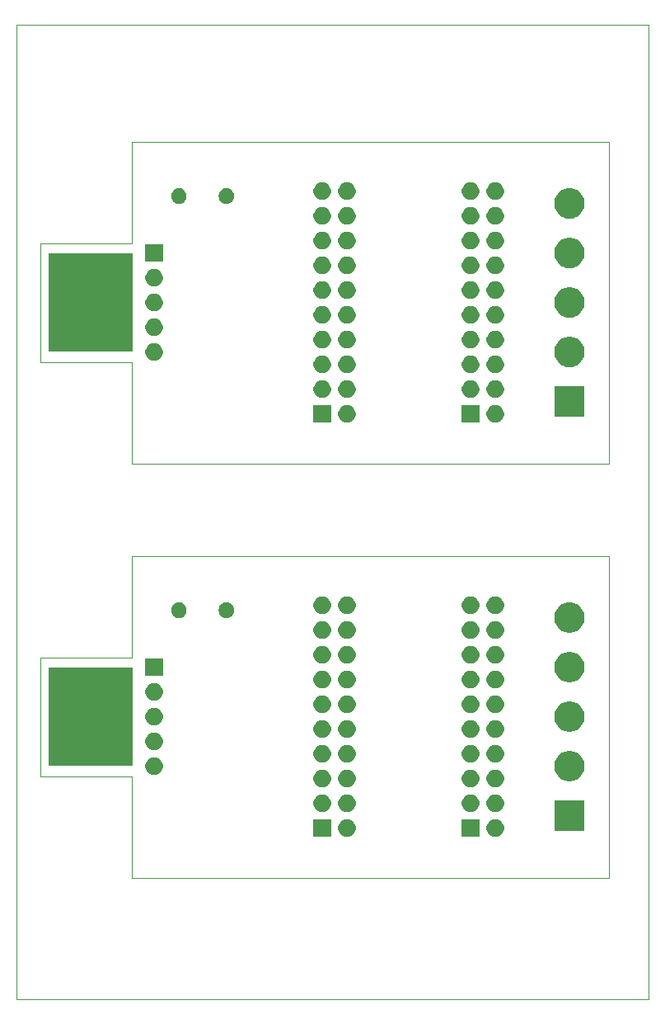
<source format=gbr>
G04 #@! TF.GenerationSoftware,KiCad,Pcbnew,(5.1.5)-3*
G04 #@! TF.CreationDate,2022-04-02T01:18:13+03:00*
G04 #@! TF.ProjectId,USB-UART_PANEL,5553422d-5541-4525-945f-50414e454c2e,rev?*
G04 #@! TF.SameCoordinates,Original*
G04 #@! TF.FileFunction,Soldermask,Top*
G04 #@! TF.FilePolarity,Negative*
%FSLAX46Y46*%
G04 Gerber Fmt 4.6, Leading zero omitted, Abs format (unit mm)*
G04 Created by KiCad (PCBNEW (5.1.5)-3) date 2022-04-02 01:18:13*
%MOMM*%
%LPD*%
G04 APERTURE LIST*
%ADD10C,0.050000*%
%ADD11C,0.100000*%
G04 APERTURE END LIST*
D10*
X0Y100000000D02*
X0Y0D01*
X65000000Y100000000D02*
X0Y100000000D01*
X65000000Y0D02*
X65000000Y100000000D01*
X0Y0D02*
X65000000Y0D01*
X2500000Y22914000D02*
X2500000Y35106000D01*
X11898000Y22914000D02*
X2500000Y22914000D01*
X11898000Y12500000D02*
X11898000Y22914000D01*
X60920000Y12500000D02*
X11898000Y12500000D01*
X60920000Y45520000D02*
X60920000Y12500000D01*
X11898000Y45520000D02*
X60920000Y45520000D01*
X11898000Y35106000D02*
X11898000Y45520000D01*
X2500000Y35106000D02*
X11898000Y35106000D01*
X2500000Y65414000D02*
X2500000Y77606000D01*
X11898000Y65414000D02*
X2500000Y65414000D01*
X11898000Y55000000D02*
X11898000Y65414000D01*
X60920000Y55000000D02*
X11898000Y55000000D01*
X60920000Y88020000D02*
X60920000Y55000000D01*
X11898000Y88020000D02*
X60920000Y88020000D01*
X11898000Y77606000D02*
X11898000Y88020000D01*
X2500000Y77606000D02*
X11898000Y77606000D01*
D11*
G36*
X49349512Y18476073D02*
G01*
X49498812Y18446376D01*
X49662784Y18378456D01*
X49810354Y18279853D01*
X49935853Y18154354D01*
X50034456Y18006784D01*
X50102376Y17842812D01*
X50137000Y17668741D01*
X50137000Y17491259D01*
X50102376Y17317188D01*
X50034456Y17153216D01*
X49935853Y17005646D01*
X49810354Y16880147D01*
X49662784Y16781544D01*
X49498812Y16713624D01*
X49349512Y16683927D01*
X49324742Y16679000D01*
X49147258Y16679000D01*
X49122488Y16683927D01*
X48973188Y16713624D01*
X48809216Y16781544D01*
X48661646Y16880147D01*
X48536147Y17005646D01*
X48437544Y17153216D01*
X48369624Y17317188D01*
X48335000Y17491259D01*
X48335000Y17668741D01*
X48369624Y17842812D01*
X48437544Y18006784D01*
X48536147Y18154354D01*
X48661646Y18279853D01*
X48809216Y18378456D01*
X48973188Y18446376D01*
X49122488Y18476073D01*
X49147258Y18481000D01*
X49324742Y18481000D01*
X49349512Y18476073D01*
G37*
G36*
X34109512Y18476073D02*
G01*
X34258812Y18446376D01*
X34422784Y18378456D01*
X34570354Y18279853D01*
X34695853Y18154354D01*
X34794456Y18006784D01*
X34862376Y17842812D01*
X34897000Y17668741D01*
X34897000Y17491259D01*
X34862376Y17317188D01*
X34794456Y17153216D01*
X34695853Y17005646D01*
X34570354Y16880147D01*
X34422784Y16781544D01*
X34258812Y16713624D01*
X34109512Y16683927D01*
X34084742Y16679000D01*
X33907258Y16679000D01*
X33882488Y16683927D01*
X33733188Y16713624D01*
X33569216Y16781544D01*
X33421646Y16880147D01*
X33296147Y17005646D01*
X33197544Y17153216D01*
X33129624Y17317188D01*
X33095000Y17491259D01*
X33095000Y17668741D01*
X33129624Y17842812D01*
X33197544Y18006784D01*
X33296147Y18154354D01*
X33421646Y18279853D01*
X33569216Y18378456D01*
X33733188Y18446376D01*
X33882488Y18476073D01*
X33907258Y18481000D01*
X34084742Y18481000D01*
X34109512Y18476073D01*
G37*
G36*
X32357000Y16679000D02*
G01*
X30555000Y16679000D01*
X30555000Y18481000D01*
X32357000Y18481000D01*
X32357000Y16679000D01*
G37*
G36*
X47597000Y16679000D02*
G01*
X45795000Y16679000D01*
X45795000Y18481000D01*
X47597000Y18481000D01*
X47597000Y16679000D01*
G37*
G36*
X58407000Y17299000D02*
G01*
X55305000Y17299000D01*
X55305000Y20401000D01*
X58407000Y20401000D01*
X58407000Y17299000D01*
G37*
G36*
X34109512Y21016073D02*
G01*
X34258812Y20986376D01*
X34422784Y20918456D01*
X34570354Y20819853D01*
X34695853Y20694354D01*
X34794456Y20546784D01*
X34862376Y20382812D01*
X34897000Y20208741D01*
X34897000Y20031259D01*
X34862376Y19857188D01*
X34794456Y19693216D01*
X34695853Y19545646D01*
X34570354Y19420147D01*
X34422784Y19321544D01*
X34258812Y19253624D01*
X34109512Y19223927D01*
X34084742Y19219000D01*
X33907258Y19219000D01*
X33882488Y19223927D01*
X33733188Y19253624D01*
X33569216Y19321544D01*
X33421646Y19420147D01*
X33296147Y19545646D01*
X33197544Y19693216D01*
X33129624Y19857188D01*
X33095000Y20031259D01*
X33095000Y20208741D01*
X33129624Y20382812D01*
X33197544Y20546784D01*
X33296147Y20694354D01*
X33421646Y20819853D01*
X33569216Y20918456D01*
X33733188Y20986376D01*
X33882488Y21016073D01*
X33907258Y21021000D01*
X34084742Y21021000D01*
X34109512Y21016073D01*
G37*
G36*
X46809512Y21016073D02*
G01*
X46958812Y20986376D01*
X47122784Y20918456D01*
X47270354Y20819853D01*
X47395853Y20694354D01*
X47494456Y20546784D01*
X47562376Y20382812D01*
X47597000Y20208741D01*
X47597000Y20031259D01*
X47562376Y19857188D01*
X47494456Y19693216D01*
X47395853Y19545646D01*
X47270354Y19420147D01*
X47122784Y19321544D01*
X46958812Y19253624D01*
X46809512Y19223927D01*
X46784742Y19219000D01*
X46607258Y19219000D01*
X46582488Y19223927D01*
X46433188Y19253624D01*
X46269216Y19321544D01*
X46121646Y19420147D01*
X45996147Y19545646D01*
X45897544Y19693216D01*
X45829624Y19857188D01*
X45795000Y20031259D01*
X45795000Y20208741D01*
X45829624Y20382812D01*
X45897544Y20546784D01*
X45996147Y20694354D01*
X46121646Y20819853D01*
X46269216Y20918456D01*
X46433188Y20986376D01*
X46582488Y21016073D01*
X46607258Y21021000D01*
X46784742Y21021000D01*
X46809512Y21016073D01*
G37*
G36*
X49349512Y21016073D02*
G01*
X49498812Y20986376D01*
X49662784Y20918456D01*
X49810354Y20819853D01*
X49935853Y20694354D01*
X50034456Y20546784D01*
X50102376Y20382812D01*
X50137000Y20208741D01*
X50137000Y20031259D01*
X50102376Y19857188D01*
X50034456Y19693216D01*
X49935853Y19545646D01*
X49810354Y19420147D01*
X49662784Y19321544D01*
X49498812Y19253624D01*
X49349512Y19223927D01*
X49324742Y19219000D01*
X49147258Y19219000D01*
X49122488Y19223927D01*
X48973188Y19253624D01*
X48809216Y19321544D01*
X48661646Y19420147D01*
X48536147Y19545646D01*
X48437544Y19693216D01*
X48369624Y19857188D01*
X48335000Y20031259D01*
X48335000Y20208741D01*
X48369624Y20382812D01*
X48437544Y20546784D01*
X48536147Y20694354D01*
X48661646Y20819853D01*
X48809216Y20918456D01*
X48973188Y20986376D01*
X49122488Y21016073D01*
X49147258Y21021000D01*
X49324742Y21021000D01*
X49349512Y21016073D01*
G37*
G36*
X31569512Y21016073D02*
G01*
X31718812Y20986376D01*
X31882784Y20918456D01*
X32030354Y20819853D01*
X32155853Y20694354D01*
X32254456Y20546784D01*
X32322376Y20382812D01*
X32357000Y20208741D01*
X32357000Y20031259D01*
X32322376Y19857188D01*
X32254456Y19693216D01*
X32155853Y19545646D01*
X32030354Y19420147D01*
X31882784Y19321544D01*
X31718812Y19253624D01*
X31569512Y19223927D01*
X31544742Y19219000D01*
X31367258Y19219000D01*
X31342488Y19223927D01*
X31193188Y19253624D01*
X31029216Y19321544D01*
X30881646Y19420147D01*
X30756147Y19545646D01*
X30657544Y19693216D01*
X30589624Y19857188D01*
X30555000Y20031259D01*
X30555000Y20208741D01*
X30589624Y20382812D01*
X30657544Y20546784D01*
X30756147Y20694354D01*
X30881646Y20819853D01*
X31029216Y20918456D01*
X31193188Y20986376D01*
X31342488Y21016073D01*
X31367258Y21021000D01*
X31544742Y21021000D01*
X31569512Y21016073D01*
G37*
G36*
X49349512Y23556073D02*
G01*
X49498812Y23526376D01*
X49662784Y23458456D01*
X49810354Y23359853D01*
X49935853Y23234354D01*
X50034456Y23086784D01*
X50102376Y22922812D01*
X50137000Y22748741D01*
X50137000Y22571259D01*
X50102376Y22397188D01*
X50034456Y22233216D01*
X49935853Y22085646D01*
X49810354Y21960147D01*
X49662784Y21861544D01*
X49498812Y21793624D01*
X49349512Y21763927D01*
X49324742Y21759000D01*
X49147258Y21759000D01*
X49122488Y21763927D01*
X48973188Y21793624D01*
X48809216Y21861544D01*
X48661646Y21960147D01*
X48536147Y22085646D01*
X48437544Y22233216D01*
X48369624Y22397188D01*
X48335000Y22571259D01*
X48335000Y22748741D01*
X48369624Y22922812D01*
X48437544Y23086784D01*
X48536147Y23234354D01*
X48661646Y23359853D01*
X48809216Y23458456D01*
X48973188Y23526376D01*
X49122488Y23556073D01*
X49147258Y23561000D01*
X49324742Y23561000D01*
X49349512Y23556073D01*
G37*
G36*
X46809512Y23556073D02*
G01*
X46958812Y23526376D01*
X47122784Y23458456D01*
X47270354Y23359853D01*
X47395853Y23234354D01*
X47494456Y23086784D01*
X47562376Y22922812D01*
X47597000Y22748741D01*
X47597000Y22571259D01*
X47562376Y22397188D01*
X47494456Y22233216D01*
X47395853Y22085646D01*
X47270354Y21960147D01*
X47122784Y21861544D01*
X46958812Y21793624D01*
X46809512Y21763927D01*
X46784742Y21759000D01*
X46607258Y21759000D01*
X46582488Y21763927D01*
X46433188Y21793624D01*
X46269216Y21861544D01*
X46121646Y21960147D01*
X45996147Y22085646D01*
X45897544Y22233216D01*
X45829624Y22397188D01*
X45795000Y22571259D01*
X45795000Y22748741D01*
X45829624Y22922812D01*
X45897544Y23086784D01*
X45996147Y23234354D01*
X46121646Y23359853D01*
X46269216Y23458456D01*
X46433188Y23526376D01*
X46582488Y23556073D01*
X46607258Y23561000D01*
X46784742Y23561000D01*
X46809512Y23556073D01*
G37*
G36*
X34109512Y23556073D02*
G01*
X34258812Y23526376D01*
X34422784Y23458456D01*
X34570354Y23359853D01*
X34695853Y23234354D01*
X34794456Y23086784D01*
X34862376Y22922812D01*
X34897000Y22748741D01*
X34897000Y22571259D01*
X34862376Y22397188D01*
X34794456Y22233216D01*
X34695853Y22085646D01*
X34570354Y21960147D01*
X34422784Y21861544D01*
X34258812Y21793624D01*
X34109512Y21763927D01*
X34084742Y21759000D01*
X33907258Y21759000D01*
X33882488Y21763927D01*
X33733188Y21793624D01*
X33569216Y21861544D01*
X33421646Y21960147D01*
X33296147Y22085646D01*
X33197544Y22233216D01*
X33129624Y22397188D01*
X33095000Y22571259D01*
X33095000Y22748741D01*
X33129624Y22922812D01*
X33197544Y23086784D01*
X33296147Y23234354D01*
X33421646Y23359853D01*
X33569216Y23458456D01*
X33733188Y23526376D01*
X33882488Y23556073D01*
X33907258Y23561000D01*
X34084742Y23561000D01*
X34109512Y23556073D01*
G37*
G36*
X31569512Y23556073D02*
G01*
X31718812Y23526376D01*
X31882784Y23458456D01*
X32030354Y23359853D01*
X32155853Y23234354D01*
X32254456Y23086784D01*
X32322376Y22922812D01*
X32357000Y22748741D01*
X32357000Y22571259D01*
X32322376Y22397188D01*
X32254456Y22233216D01*
X32155853Y22085646D01*
X32030354Y21960147D01*
X31882784Y21861544D01*
X31718812Y21793624D01*
X31569512Y21763927D01*
X31544742Y21759000D01*
X31367258Y21759000D01*
X31342488Y21763927D01*
X31193188Y21793624D01*
X31029216Y21861544D01*
X30881646Y21960147D01*
X30756147Y22085646D01*
X30657544Y22233216D01*
X30589624Y22397188D01*
X30555000Y22571259D01*
X30555000Y22748741D01*
X30589624Y22922812D01*
X30657544Y23086784D01*
X30756147Y23234354D01*
X30881646Y23359853D01*
X31029216Y23458456D01*
X31193188Y23526376D01*
X31342488Y23556073D01*
X31367258Y23561000D01*
X31544742Y23561000D01*
X31569512Y23556073D01*
G37*
G36*
X57158585Y25451198D02*
G01*
X57308410Y25421396D01*
X57590674Y25304479D01*
X57844705Y25134741D01*
X58060741Y24918705D01*
X58230479Y24664674D01*
X58347396Y24382410D01*
X58407000Y24082760D01*
X58407000Y23777240D01*
X58347396Y23477590D01*
X58230479Y23195326D01*
X58060741Y22941295D01*
X57844705Y22725259D01*
X57590674Y22555521D01*
X57308410Y22438604D01*
X57158585Y22408802D01*
X57008761Y22379000D01*
X56703239Y22379000D01*
X56553415Y22408802D01*
X56403590Y22438604D01*
X56121326Y22555521D01*
X55867295Y22725259D01*
X55651259Y22941295D01*
X55481521Y23195326D01*
X55364604Y23477590D01*
X55305000Y23777240D01*
X55305000Y24082760D01*
X55364604Y24382410D01*
X55481521Y24664674D01*
X55651259Y24918705D01*
X55867295Y25134741D01*
X56121326Y25304479D01*
X56403590Y25421396D01*
X56553415Y25451198D01*
X56703239Y25481000D01*
X57008761Y25481000D01*
X57158585Y25451198D01*
G37*
G36*
X14297512Y24826073D02*
G01*
X14446812Y24796376D01*
X14610784Y24728456D01*
X14758354Y24629853D01*
X14883853Y24504354D01*
X14982456Y24356784D01*
X15050376Y24192812D01*
X15085000Y24018741D01*
X15085000Y23841259D01*
X15050376Y23667188D01*
X14982456Y23503216D01*
X14883853Y23355646D01*
X14758354Y23230147D01*
X14610784Y23131544D01*
X14446812Y23063624D01*
X14297512Y23033927D01*
X14272742Y23029000D01*
X14095258Y23029000D01*
X14070488Y23033927D01*
X13921188Y23063624D01*
X13757216Y23131544D01*
X13609646Y23230147D01*
X13484147Y23355646D01*
X13385544Y23503216D01*
X13317624Y23667188D01*
X13283000Y23841259D01*
X13283000Y24018741D01*
X13317624Y24192812D01*
X13385544Y24356784D01*
X13484147Y24504354D01*
X13609646Y24629853D01*
X13757216Y24728456D01*
X13921188Y24796376D01*
X14070488Y24826073D01*
X14095258Y24831000D01*
X14272742Y24831000D01*
X14297512Y24826073D01*
G37*
G36*
X11949000Y23959000D02*
G01*
X3347000Y23959000D01*
X3347000Y34061000D01*
X11949000Y34061000D01*
X11949000Y23959000D01*
G37*
G36*
X34109512Y26096073D02*
G01*
X34258812Y26066376D01*
X34422784Y25998456D01*
X34570354Y25899853D01*
X34695853Y25774354D01*
X34794456Y25626784D01*
X34862376Y25462812D01*
X34897000Y25288741D01*
X34897000Y25111259D01*
X34862376Y24937188D01*
X34794456Y24773216D01*
X34695853Y24625646D01*
X34570354Y24500147D01*
X34422784Y24401544D01*
X34258812Y24333624D01*
X34109512Y24303927D01*
X34084742Y24299000D01*
X33907258Y24299000D01*
X33882488Y24303927D01*
X33733188Y24333624D01*
X33569216Y24401544D01*
X33421646Y24500147D01*
X33296147Y24625646D01*
X33197544Y24773216D01*
X33129624Y24937188D01*
X33095000Y25111259D01*
X33095000Y25288741D01*
X33129624Y25462812D01*
X33197544Y25626784D01*
X33296147Y25774354D01*
X33421646Y25899853D01*
X33569216Y25998456D01*
X33733188Y26066376D01*
X33882488Y26096073D01*
X33907258Y26101000D01*
X34084742Y26101000D01*
X34109512Y26096073D01*
G37*
G36*
X46809512Y26096073D02*
G01*
X46958812Y26066376D01*
X47122784Y25998456D01*
X47270354Y25899853D01*
X47395853Y25774354D01*
X47494456Y25626784D01*
X47562376Y25462812D01*
X47597000Y25288741D01*
X47597000Y25111259D01*
X47562376Y24937188D01*
X47494456Y24773216D01*
X47395853Y24625646D01*
X47270354Y24500147D01*
X47122784Y24401544D01*
X46958812Y24333624D01*
X46809512Y24303927D01*
X46784742Y24299000D01*
X46607258Y24299000D01*
X46582488Y24303927D01*
X46433188Y24333624D01*
X46269216Y24401544D01*
X46121646Y24500147D01*
X45996147Y24625646D01*
X45897544Y24773216D01*
X45829624Y24937188D01*
X45795000Y25111259D01*
X45795000Y25288741D01*
X45829624Y25462812D01*
X45897544Y25626784D01*
X45996147Y25774354D01*
X46121646Y25899853D01*
X46269216Y25998456D01*
X46433188Y26066376D01*
X46582488Y26096073D01*
X46607258Y26101000D01*
X46784742Y26101000D01*
X46809512Y26096073D01*
G37*
G36*
X49349512Y26096073D02*
G01*
X49498812Y26066376D01*
X49662784Y25998456D01*
X49810354Y25899853D01*
X49935853Y25774354D01*
X50034456Y25626784D01*
X50102376Y25462812D01*
X50137000Y25288741D01*
X50137000Y25111259D01*
X50102376Y24937188D01*
X50034456Y24773216D01*
X49935853Y24625646D01*
X49810354Y24500147D01*
X49662784Y24401544D01*
X49498812Y24333624D01*
X49349512Y24303927D01*
X49324742Y24299000D01*
X49147258Y24299000D01*
X49122488Y24303927D01*
X48973188Y24333624D01*
X48809216Y24401544D01*
X48661646Y24500147D01*
X48536147Y24625646D01*
X48437544Y24773216D01*
X48369624Y24937188D01*
X48335000Y25111259D01*
X48335000Y25288741D01*
X48369624Y25462812D01*
X48437544Y25626784D01*
X48536147Y25774354D01*
X48661646Y25899853D01*
X48809216Y25998456D01*
X48973188Y26066376D01*
X49122488Y26096073D01*
X49147258Y26101000D01*
X49324742Y26101000D01*
X49349512Y26096073D01*
G37*
G36*
X31569512Y26096073D02*
G01*
X31718812Y26066376D01*
X31882784Y25998456D01*
X32030354Y25899853D01*
X32155853Y25774354D01*
X32254456Y25626784D01*
X32322376Y25462812D01*
X32357000Y25288741D01*
X32357000Y25111259D01*
X32322376Y24937188D01*
X32254456Y24773216D01*
X32155853Y24625646D01*
X32030354Y24500147D01*
X31882784Y24401544D01*
X31718812Y24333624D01*
X31569512Y24303927D01*
X31544742Y24299000D01*
X31367258Y24299000D01*
X31342488Y24303927D01*
X31193188Y24333624D01*
X31029216Y24401544D01*
X30881646Y24500147D01*
X30756147Y24625646D01*
X30657544Y24773216D01*
X30589624Y24937188D01*
X30555000Y25111259D01*
X30555000Y25288741D01*
X30589624Y25462812D01*
X30657544Y25626784D01*
X30756147Y25774354D01*
X30881646Y25899853D01*
X31029216Y25998456D01*
X31193188Y26066376D01*
X31342488Y26096073D01*
X31367258Y26101000D01*
X31544742Y26101000D01*
X31569512Y26096073D01*
G37*
G36*
X14297512Y27366073D02*
G01*
X14446812Y27336376D01*
X14610784Y27268456D01*
X14758354Y27169853D01*
X14883853Y27044354D01*
X14982456Y26896784D01*
X15050376Y26732812D01*
X15085000Y26558741D01*
X15085000Y26381259D01*
X15050376Y26207188D01*
X14982456Y26043216D01*
X14883853Y25895646D01*
X14758354Y25770147D01*
X14610784Y25671544D01*
X14446812Y25603624D01*
X14297512Y25573927D01*
X14272742Y25569000D01*
X14095258Y25569000D01*
X14070488Y25573927D01*
X13921188Y25603624D01*
X13757216Y25671544D01*
X13609646Y25770147D01*
X13484147Y25895646D01*
X13385544Y26043216D01*
X13317624Y26207188D01*
X13283000Y26381259D01*
X13283000Y26558741D01*
X13317624Y26732812D01*
X13385544Y26896784D01*
X13484147Y27044354D01*
X13609646Y27169853D01*
X13757216Y27268456D01*
X13921188Y27336376D01*
X14070488Y27366073D01*
X14095258Y27371000D01*
X14272742Y27371000D01*
X14297512Y27366073D01*
G37*
G36*
X49349512Y28636073D02*
G01*
X49498812Y28606376D01*
X49662784Y28538456D01*
X49810354Y28439853D01*
X49935853Y28314354D01*
X50034456Y28166784D01*
X50102376Y28002812D01*
X50137000Y27828741D01*
X50137000Y27651259D01*
X50102376Y27477188D01*
X50034456Y27313216D01*
X49935853Y27165646D01*
X49810354Y27040147D01*
X49662784Y26941544D01*
X49498812Y26873624D01*
X49349512Y26843927D01*
X49324742Y26839000D01*
X49147258Y26839000D01*
X49122488Y26843927D01*
X48973188Y26873624D01*
X48809216Y26941544D01*
X48661646Y27040147D01*
X48536147Y27165646D01*
X48437544Y27313216D01*
X48369624Y27477188D01*
X48335000Y27651259D01*
X48335000Y27828741D01*
X48369624Y28002812D01*
X48437544Y28166784D01*
X48536147Y28314354D01*
X48661646Y28439853D01*
X48809216Y28538456D01*
X48973188Y28606376D01*
X49122488Y28636073D01*
X49147258Y28641000D01*
X49324742Y28641000D01*
X49349512Y28636073D01*
G37*
G36*
X34109512Y28636073D02*
G01*
X34258812Y28606376D01*
X34422784Y28538456D01*
X34570354Y28439853D01*
X34695853Y28314354D01*
X34794456Y28166784D01*
X34862376Y28002812D01*
X34897000Y27828741D01*
X34897000Y27651259D01*
X34862376Y27477188D01*
X34794456Y27313216D01*
X34695853Y27165646D01*
X34570354Y27040147D01*
X34422784Y26941544D01*
X34258812Y26873624D01*
X34109512Y26843927D01*
X34084742Y26839000D01*
X33907258Y26839000D01*
X33882488Y26843927D01*
X33733188Y26873624D01*
X33569216Y26941544D01*
X33421646Y27040147D01*
X33296147Y27165646D01*
X33197544Y27313216D01*
X33129624Y27477188D01*
X33095000Y27651259D01*
X33095000Y27828741D01*
X33129624Y28002812D01*
X33197544Y28166784D01*
X33296147Y28314354D01*
X33421646Y28439853D01*
X33569216Y28538456D01*
X33733188Y28606376D01*
X33882488Y28636073D01*
X33907258Y28641000D01*
X34084742Y28641000D01*
X34109512Y28636073D01*
G37*
G36*
X31569512Y28636073D02*
G01*
X31718812Y28606376D01*
X31882784Y28538456D01*
X32030354Y28439853D01*
X32155853Y28314354D01*
X32254456Y28166784D01*
X32322376Y28002812D01*
X32357000Y27828741D01*
X32357000Y27651259D01*
X32322376Y27477188D01*
X32254456Y27313216D01*
X32155853Y27165646D01*
X32030354Y27040147D01*
X31882784Y26941544D01*
X31718812Y26873624D01*
X31569512Y26843927D01*
X31544742Y26839000D01*
X31367258Y26839000D01*
X31342488Y26843927D01*
X31193188Y26873624D01*
X31029216Y26941544D01*
X30881646Y27040147D01*
X30756147Y27165646D01*
X30657544Y27313216D01*
X30589624Y27477188D01*
X30555000Y27651259D01*
X30555000Y27828741D01*
X30589624Y28002812D01*
X30657544Y28166784D01*
X30756147Y28314354D01*
X30881646Y28439853D01*
X31029216Y28538456D01*
X31193188Y28606376D01*
X31342488Y28636073D01*
X31367258Y28641000D01*
X31544742Y28641000D01*
X31569512Y28636073D01*
G37*
G36*
X46809512Y28636073D02*
G01*
X46958812Y28606376D01*
X47122784Y28538456D01*
X47270354Y28439853D01*
X47395853Y28314354D01*
X47494456Y28166784D01*
X47562376Y28002812D01*
X47597000Y27828741D01*
X47597000Y27651259D01*
X47562376Y27477188D01*
X47494456Y27313216D01*
X47395853Y27165646D01*
X47270354Y27040147D01*
X47122784Y26941544D01*
X46958812Y26873624D01*
X46809512Y26843927D01*
X46784742Y26839000D01*
X46607258Y26839000D01*
X46582488Y26843927D01*
X46433188Y26873624D01*
X46269216Y26941544D01*
X46121646Y27040147D01*
X45996147Y27165646D01*
X45897544Y27313216D01*
X45829624Y27477188D01*
X45795000Y27651259D01*
X45795000Y27828741D01*
X45829624Y28002812D01*
X45897544Y28166784D01*
X45996147Y28314354D01*
X46121646Y28439853D01*
X46269216Y28538456D01*
X46433188Y28606376D01*
X46582488Y28636073D01*
X46607258Y28641000D01*
X46784742Y28641000D01*
X46809512Y28636073D01*
G37*
G36*
X57158585Y30531198D02*
G01*
X57308410Y30501396D01*
X57590674Y30384479D01*
X57844705Y30214741D01*
X58060741Y29998705D01*
X58230479Y29744674D01*
X58347396Y29462410D01*
X58407000Y29162760D01*
X58407000Y28857240D01*
X58347396Y28557590D01*
X58230479Y28275326D01*
X58060741Y28021295D01*
X57844705Y27805259D01*
X57590674Y27635521D01*
X57308410Y27518604D01*
X57158585Y27488802D01*
X57008761Y27459000D01*
X56703239Y27459000D01*
X56553415Y27488802D01*
X56403590Y27518604D01*
X56121326Y27635521D01*
X55867295Y27805259D01*
X55651259Y28021295D01*
X55481521Y28275326D01*
X55364604Y28557590D01*
X55305000Y28857240D01*
X55305000Y29162760D01*
X55364604Y29462410D01*
X55481521Y29744674D01*
X55651259Y29998705D01*
X55867295Y30214741D01*
X56121326Y30384479D01*
X56403590Y30501396D01*
X56553415Y30531198D01*
X56703239Y30561000D01*
X57008761Y30561000D01*
X57158585Y30531198D01*
G37*
G36*
X14297512Y29906073D02*
G01*
X14446812Y29876376D01*
X14610784Y29808456D01*
X14758354Y29709853D01*
X14883853Y29584354D01*
X14982456Y29436784D01*
X15050376Y29272812D01*
X15085000Y29098741D01*
X15085000Y28921259D01*
X15050376Y28747188D01*
X14982456Y28583216D01*
X14883853Y28435646D01*
X14758354Y28310147D01*
X14610784Y28211544D01*
X14446812Y28143624D01*
X14297512Y28113927D01*
X14272742Y28109000D01*
X14095258Y28109000D01*
X14070488Y28113927D01*
X13921188Y28143624D01*
X13757216Y28211544D01*
X13609646Y28310147D01*
X13484147Y28435646D01*
X13385544Y28583216D01*
X13317624Y28747188D01*
X13283000Y28921259D01*
X13283000Y29098741D01*
X13317624Y29272812D01*
X13385544Y29436784D01*
X13484147Y29584354D01*
X13609646Y29709853D01*
X13757216Y29808456D01*
X13921188Y29876376D01*
X14070488Y29906073D01*
X14095258Y29911000D01*
X14272742Y29911000D01*
X14297512Y29906073D01*
G37*
G36*
X49349512Y31176073D02*
G01*
X49498812Y31146376D01*
X49662784Y31078456D01*
X49810354Y30979853D01*
X49935853Y30854354D01*
X50034456Y30706784D01*
X50102376Y30542812D01*
X50137000Y30368741D01*
X50137000Y30191259D01*
X50102376Y30017188D01*
X50034456Y29853216D01*
X49935853Y29705646D01*
X49810354Y29580147D01*
X49662784Y29481544D01*
X49498812Y29413624D01*
X49349512Y29383927D01*
X49324742Y29379000D01*
X49147258Y29379000D01*
X49122488Y29383927D01*
X48973188Y29413624D01*
X48809216Y29481544D01*
X48661646Y29580147D01*
X48536147Y29705646D01*
X48437544Y29853216D01*
X48369624Y30017188D01*
X48335000Y30191259D01*
X48335000Y30368741D01*
X48369624Y30542812D01*
X48437544Y30706784D01*
X48536147Y30854354D01*
X48661646Y30979853D01*
X48809216Y31078456D01*
X48973188Y31146376D01*
X49122488Y31176073D01*
X49147258Y31181000D01*
X49324742Y31181000D01*
X49349512Y31176073D01*
G37*
G36*
X31569512Y31176073D02*
G01*
X31718812Y31146376D01*
X31882784Y31078456D01*
X32030354Y30979853D01*
X32155853Y30854354D01*
X32254456Y30706784D01*
X32322376Y30542812D01*
X32357000Y30368741D01*
X32357000Y30191259D01*
X32322376Y30017188D01*
X32254456Y29853216D01*
X32155853Y29705646D01*
X32030354Y29580147D01*
X31882784Y29481544D01*
X31718812Y29413624D01*
X31569512Y29383927D01*
X31544742Y29379000D01*
X31367258Y29379000D01*
X31342488Y29383927D01*
X31193188Y29413624D01*
X31029216Y29481544D01*
X30881646Y29580147D01*
X30756147Y29705646D01*
X30657544Y29853216D01*
X30589624Y30017188D01*
X30555000Y30191259D01*
X30555000Y30368741D01*
X30589624Y30542812D01*
X30657544Y30706784D01*
X30756147Y30854354D01*
X30881646Y30979853D01*
X31029216Y31078456D01*
X31193188Y31146376D01*
X31342488Y31176073D01*
X31367258Y31181000D01*
X31544742Y31181000D01*
X31569512Y31176073D01*
G37*
G36*
X46809512Y31176073D02*
G01*
X46958812Y31146376D01*
X47122784Y31078456D01*
X47270354Y30979853D01*
X47395853Y30854354D01*
X47494456Y30706784D01*
X47562376Y30542812D01*
X47597000Y30368741D01*
X47597000Y30191259D01*
X47562376Y30017188D01*
X47494456Y29853216D01*
X47395853Y29705646D01*
X47270354Y29580147D01*
X47122784Y29481544D01*
X46958812Y29413624D01*
X46809512Y29383927D01*
X46784742Y29379000D01*
X46607258Y29379000D01*
X46582488Y29383927D01*
X46433188Y29413624D01*
X46269216Y29481544D01*
X46121646Y29580147D01*
X45996147Y29705646D01*
X45897544Y29853216D01*
X45829624Y30017188D01*
X45795000Y30191259D01*
X45795000Y30368741D01*
X45829624Y30542812D01*
X45897544Y30706784D01*
X45996147Y30854354D01*
X46121646Y30979853D01*
X46269216Y31078456D01*
X46433188Y31146376D01*
X46582488Y31176073D01*
X46607258Y31181000D01*
X46784742Y31181000D01*
X46809512Y31176073D01*
G37*
G36*
X34109512Y31176073D02*
G01*
X34258812Y31146376D01*
X34422784Y31078456D01*
X34570354Y30979853D01*
X34695853Y30854354D01*
X34794456Y30706784D01*
X34862376Y30542812D01*
X34897000Y30368741D01*
X34897000Y30191259D01*
X34862376Y30017188D01*
X34794456Y29853216D01*
X34695853Y29705646D01*
X34570354Y29580147D01*
X34422784Y29481544D01*
X34258812Y29413624D01*
X34109512Y29383927D01*
X34084742Y29379000D01*
X33907258Y29379000D01*
X33882488Y29383927D01*
X33733188Y29413624D01*
X33569216Y29481544D01*
X33421646Y29580147D01*
X33296147Y29705646D01*
X33197544Y29853216D01*
X33129624Y30017188D01*
X33095000Y30191259D01*
X33095000Y30368741D01*
X33129624Y30542812D01*
X33197544Y30706784D01*
X33296147Y30854354D01*
X33421646Y30979853D01*
X33569216Y31078456D01*
X33733188Y31146376D01*
X33882488Y31176073D01*
X33907258Y31181000D01*
X34084742Y31181000D01*
X34109512Y31176073D01*
G37*
G36*
X14297512Y32446073D02*
G01*
X14446812Y32416376D01*
X14610784Y32348456D01*
X14758354Y32249853D01*
X14883853Y32124354D01*
X14982456Y31976784D01*
X15050376Y31812812D01*
X15085000Y31638741D01*
X15085000Y31461259D01*
X15050376Y31287188D01*
X14982456Y31123216D01*
X14883853Y30975646D01*
X14758354Y30850147D01*
X14610784Y30751544D01*
X14446812Y30683624D01*
X14297512Y30653927D01*
X14272742Y30649000D01*
X14095258Y30649000D01*
X14070488Y30653927D01*
X13921188Y30683624D01*
X13757216Y30751544D01*
X13609646Y30850147D01*
X13484147Y30975646D01*
X13385544Y31123216D01*
X13317624Y31287188D01*
X13283000Y31461259D01*
X13283000Y31638741D01*
X13317624Y31812812D01*
X13385544Y31976784D01*
X13484147Y32124354D01*
X13609646Y32249853D01*
X13757216Y32348456D01*
X13921188Y32416376D01*
X14070488Y32446073D01*
X14095258Y32451000D01*
X14272742Y32451000D01*
X14297512Y32446073D01*
G37*
G36*
X31569512Y33716073D02*
G01*
X31718812Y33686376D01*
X31882784Y33618456D01*
X32030354Y33519853D01*
X32155853Y33394354D01*
X32254456Y33246784D01*
X32322376Y33082812D01*
X32357000Y32908741D01*
X32357000Y32731259D01*
X32322376Y32557188D01*
X32254456Y32393216D01*
X32155853Y32245646D01*
X32030354Y32120147D01*
X31882784Y32021544D01*
X31718812Y31953624D01*
X31569512Y31923927D01*
X31544742Y31919000D01*
X31367258Y31919000D01*
X31342488Y31923927D01*
X31193188Y31953624D01*
X31029216Y32021544D01*
X30881646Y32120147D01*
X30756147Y32245646D01*
X30657544Y32393216D01*
X30589624Y32557188D01*
X30555000Y32731259D01*
X30555000Y32908741D01*
X30589624Y33082812D01*
X30657544Y33246784D01*
X30756147Y33394354D01*
X30881646Y33519853D01*
X31029216Y33618456D01*
X31193188Y33686376D01*
X31342488Y33716073D01*
X31367258Y33721000D01*
X31544742Y33721000D01*
X31569512Y33716073D01*
G37*
G36*
X49349512Y33716073D02*
G01*
X49498812Y33686376D01*
X49662784Y33618456D01*
X49810354Y33519853D01*
X49935853Y33394354D01*
X50034456Y33246784D01*
X50102376Y33082812D01*
X50137000Y32908741D01*
X50137000Y32731259D01*
X50102376Y32557188D01*
X50034456Y32393216D01*
X49935853Y32245646D01*
X49810354Y32120147D01*
X49662784Y32021544D01*
X49498812Y31953624D01*
X49349512Y31923927D01*
X49324742Y31919000D01*
X49147258Y31919000D01*
X49122488Y31923927D01*
X48973188Y31953624D01*
X48809216Y32021544D01*
X48661646Y32120147D01*
X48536147Y32245646D01*
X48437544Y32393216D01*
X48369624Y32557188D01*
X48335000Y32731259D01*
X48335000Y32908741D01*
X48369624Y33082812D01*
X48437544Y33246784D01*
X48536147Y33394354D01*
X48661646Y33519853D01*
X48809216Y33618456D01*
X48973188Y33686376D01*
X49122488Y33716073D01*
X49147258Y33721000D01*
X49324742Y33721000D01*
X49349512Y33716073D01*
G37*
G36*
X46809512Y33716073D02*
G01*
X46958812Y33686376D01*
X47122784Y33618456D01*
X47270354Y33519853D01*
X47395853Y33394354D01*
X47494456Y33246784D01*
X47562376Y33082812D01*
X47597000Y32908741D01*
X47597000Y32731259D01*
X47562376Y32557188D01*
X47494456Y32393216D01*
X47395853Y32245646D01*
X47270354Y32120147D01*
X47122784Y32021544D01*
X46958812Y31953624D01*
X46809512Y31923927D01*
X46784742Y31919000D01*
X46607258Y31919000D01*
X46582488Y31923927D01*
X46433188Y31953624D01*
X46269216Y32021544D01*
X46121646Y32120147D01*
X45996147Y32245646D01*
X45897544Y32393216D01*
X45829624Y32557188D01*
X45795000Y32731259D01*
X45795000Y32908741D01*
X45829624Y33082812D01*
X45897544Y33246784D01*
X45996147Y33394354D01*
X46121646Y33519853D01*
X46269216Y33618456D01*
X46433188Y33686376D01*
X46582488Y33716073D01*
X46607258Y33721000D01*
X46784742Y33721000D01*
X46809512Y33716073D01*
G37*
G36*
X34109512Y33716073D02*
G01*
X34258812Y33686376D01*
X34422784Y33618456D01*
X34570354Y33519853D01*
X34695853Y33394354D01*
X34794456Y33246784D01*
X34862376Y33082812D01*
X34897000Y32908741D01*
X34897000Y32731259D01*
X34862376Y32557188D01*
X34794456Y32393216D01*
X34695853Y32245646D01*
X34570354Y32120147D01*
X34422784Y32021544D01*
X34258812Y31953624D01*
X34109512Y31923927D01*
X34084742Y31919000D01*
X33907258Y31919000D01*
X33882488Y31923927D01*
X33733188Y31953624D01*
X33569216Y32021544D01*
X33421646Y32120147D01*
X33296147Y32245646D01*
X33197544Y32393216D01*
X33129624Y32557188D01*
X33095000Y32731259D01*
X33095000Y32908741D01*
X33129624Y33082812D01*
X33197544Y33246784D01*
X33296147Y33394354D01*
X33421646Y33519853D01*
X33569216Y33618456D01*
X33733188Y33686376D01*
X33882488Y33716073D01*
X33907258Y33721000D01*
X34084742Y33721000D01*
X34109512Y33716073D01*
G37*
G36*
X57158585Y35611198D02*
G01*
X57308410Y35581396D01*
X57590674Y35464479D01*
X57844705Y35294741D01*
X58060741Y35078705D01*
X58230479Y34824674D01*
X58347396Y34542410D01*
X58407000Y34242760D01*
X58407000Y33937240D01*
X58347396Y33637590D01*
X58230479Y33355326D01*
X58060741Y33101295D01*
X57844705Y32885259D01*
X57590674Y32715521D01*
X57308410Y32598604D01*
X57158585Y32568802D01*
X57008761Y32539000D01*
X56703239Y32539000D01*
X56553415Y32568802D01*
X56403590Y32598604D01*
X56121326Y32715521D01*
X55867295Y32885259D01*
X55651259Y33101295D01*
X55481521Y33355326D01*
X55364604Y33637590D01*
X55305000Y33937240D01*
X55305000Y34242760D01*
X55364604Y34542410D01*
X55481521Y34824674D01*
X55651259Y35078705D01*
X55867295Y35294741D01*
X56121326Y35464479D01*
X56403590Y35581396D01*
X56553415Y35611198D01*
X56703239Y35641000D01*
X57008761Y35641000D01*
X57158585Y35611198D01*
G37*
G36*
X15085000Y33189000D02*
G01*
X13283000Y33189000D01*
X13283000Y34991000D01*
X15085000Y34991000D01*
X15085000Y33189000D01*
G37*
G36*
X31569512Y36256073D02*
G01*
X31718812Y36226376D01*
X31882784Y36158456D01*
X32030354Y36059853D01*
X32155853Y35934354D01*
X32254456Y35786784D01*
X32322376Y35622812D01*
X32357000Y35448741D01*
X32357000Y35271259D01*
X32322376Y35097188D01*
X32254456Y34933216D01*
X32155853Y34785646D01*
X32030354Y34660147D01*
X31882784Y34561544D01*
X31718812Y34493624D01*
X31569512Y34463927D01*
X31544742Y34459000D01*
X31367258Y34459000D01*
X31342488Y34463927D01*
X31193188Y34493624D01*
X31029216Y34561544D01*
X30881646Y34660147D01*
X30756147Y34785646D01*
X30657544Y34933216D01*
X30589624Y35097188D01*
X30555000Y35271259D01*
X30555000Y35448741D01*
X30589624Y35622812D01*
X30657544Y35786784D01*
X30756147Y35934354D01*
X30881646Y36059853D01*
X31029216Y36158456D01*
X31193188Y36226376D01*
X31342488Y36256073D01*
X31367258Y36261000D01*
X31544742Y36261000D01*
X31569512Y36256073D01*
G37*
G36*
X34109512Y36256073D02*
G01*
X34258812Y36226376D01*
X34422784Y36158456D01*
X34570354Y36059853D01*
X34695853Y35934354D01*
X34794456Y35786784D01*
X34862376Y35622812D01*
X34897000Y35448741D01*
X34897000Y35271259D01*
X34862376Y35097188D01*
X34794456Y34933216D01*
X34695853Y34785646D01*
X34570354Y34660147D01*
X34422784Y34561544D01*
X34258812Y34493624D01*
X34109512Y34463927D01*
X34084742Y34459000D01*
X33907258Y34459000D01*
X33882488Y34463927D01*
X33733188Y34493624D01*
X33569216Y34561544D01*
X33421646Y34660147D01*
X33296147Y34785646D01*
X33197544Y34933216D01*
X33129624Y35097188D01*
X33095000Y35271259D01*
X33095000Y35448741D01*
X33129624Y35622812D01*
X33197544Y35786784D01*
X33296147Y35934354D01*
X33421646Y36059853D01*
X33569216Y36158456D01*
X33733188Y36226376D01*
X33882488Y36256073D01*
X33907258Y36261000D01*
X34084742Y36261000D01*
X34109512Y36256073D01*
G37*
G36*
X49349512Y36256073D02*
G01*
X49498812Y36226376D01*
X49662784Y36158456D01*
X49810354Y36059853D01*
X49935853Y35934354D01*
X50034456Y35786784D01*
X50102376Y35622812D01*
X50137000Y35448741D01*
X50137000Y35271259D01*
X50102376Y35097188D01*
X50034456Y34933216D01*
X49935853Y34785646D01*
X49810354Y34660147D01*
X49662784Y34561544D01*
X49498812Y34493624D01*
X49349512Y34463927D01*
X49324742Y34459000D01*
X49147258Y34459000D01*
X49122488Y34463927D01*
X48973188Y34493624D01*
X48809216Y34561544D01*
X48661646Y34660147D01*
X48536147Y34785646D01*
X48437544Y34933216D01*
X48369624Y35097188D01*
X48335000Y35271259D01*
X48335000Y35448741D01*
X48369624Y35622812D01*
X48437544Y35786784D01*
X48536147Y35934354D01*
X48661646Y36059853D01*
X48809216Y36158456D01*
X48973188Y36226376D01*
X49122488Y36256073D01*
X49147258Y36261000D01*
X49324742Y36261000D01*
X49349512Y36256073D01*
G37*
G36*
X46809512Y36256073D02*
G01*
X46958812Y36226376D01*
X47122784Y36158456D01*
X47270354Y36059853D01*
X47395853Y35934354D01*
X47494456Y35786784D01*
X47562376Y35622812D01*
X47597000Y35448741D01*
X47597000Y35271259D01*
X47562376Y35097188D01*
X47494456Y34933216D01*
X47395853Y34785646D01*
X47270354Y34660147D01*
X47122784Y34561544D01*
X46958812Y34493624D01*
X46809512Y34463927D01*
X46784742Y34459000D01*
X46607258Y34459000D01*
X46582488Y34463927D01*
X46433188Y34493624D01*
X46269216Y34561544D01*
X46121646Y34660147D01*
X45996147Y34785646D01*
X45897544Y34933216D01*
X45829624Y35097188D01*
X45795000Y35271259D01*
X45795000Y35448741D01*
X45829624Y35622812D01*
X45897544Y35786784D01*
X45996147Y35934354D01*
X46121646Y36059853D01*
X46269216Y36158456D01*
X46433188Y36226376D01*
X46582488Y36256073D01*
X46607258Y36261000D01*
X46784742Y36261000D01*
X46809512Y36256073D01*
G37*
G36*
X49349512Y38796073D02*
G01*
X49498812Y38766376D01*
X49662784Y38698456D01*
X49810354Y38599853D01*
X49935853Y38474354D01*
X50034456Y38326784D01*
X50102376Y38162812D01*
X50137000Y37988741D01*
X50137000Y37811259D01*
X50102376Y37637188D01*
X50034456Y37473216D01*
X49935853Y37325646D01*
X49810354Y37200147D01*
X49662784Y37101544D01*
X49498812Y37033624D01*
X49349512Y37003927D01*
X49324742Y36999000D01*
X49147258Y36999000D01*
X49122488Y37003927D01*
X48973188Y37033624D01*
X48809216Y37101544D01*
X48661646Y37200147D01*
X48536147Y37325646D01*
X48437544Y37473216D01*
X48369624Y37637188D01*
X48335000Y37811259D01*
X48335000Y37988741D01*
X48369624Y38162812D01*
X48437544Y38326784D01*
X48536147Y38474354D01*
X48661646Y38599853D01*
X48809216Y38698456D01*
X48973188Y38766376D01*
X49122488Y38796073D01*
X49147258Y38801000D01*
X49324742Y38801000D01*
X49349512Y38796073D01*
G37*
G36*
X46809512Y38796073D02*
G01*
X46958812Y38766376D01*
X47122784Y38698456D01*
X47270354Y38599853D01*
X47395853Y38474354D01*
X47494456Y38326784D01*
X47562376Y38162812D01*
X47597000Y37988741D01*
X47597000Y37811259D01*
X47562376Y37637188D01*
X47494456Y37473216D01*
X47395853Y37325646D01*
X47270354Y37200147D01*
X47122784Y37101544D01*
X46958812Y37033624D01*
X46809512Y37003927D01*
X46784742Y36999000D01*
X46607258Y36999000D01*
X46582488Y37003927D01*
X46433188Y37033624D01*
X46269216Y37101544D01*
X46121646Y37200147D01*
X45996147Y37325646D01*
X45897544Y37473216D01*
X45829624Y37637188D01*
X45795000Y37811259D01*
X45795000Y37988741D01*
X45829624Y38162812D01*
X45897544Y38326784D01*
X45996147Y38474354D01*
X46121646Y38599853D01*
X46269216Y38698456D01*
X46433188Y38766376D01*
X46582488Y38796073D01*
X46607258Y38801000D01*
X46784742Y38801000D01*
X46809512Y38796073D01*
G37*
G36*
X31569512Y38796073D02*
G01*
X31718812Y38766376D01*
X31882784Y38698456D01*
X32030354Y38599853D01*
X32155853Y38474354D01*
X32254456Y38326784D01*
X32322376Y38162812D01*
X32357000Y37988741D01*
X32357000Y37811259D01*
X32322376Y37637188D01*
X32254456Y37473216D01*
X32155853Y37325646D01*
X32030354Y37200147D01*
X31882784Y37101544D01*
X31718812Y37033624D01*
X31569512Y37003927D01*
X31544742Y36999000D01*
X31367258Y36999000D01*
X31342488Y37003927D01*
X31193188Y37033624D01*
X31029216Y37101544D01*
X30881646Y37200147D01*
X30756147Y37325646D01*
X30657544Y37473216D01*
X30589624Y37637188D01*
X30555000Y37811259D01*
X30555000Y37988741D01*
X30589624Y38162812D01*
X30657544Y38326784D01*
X30756147Y38474354D01*
X30881646Y38599853D01*
X31029216Y38698456D01*
X31193188Y38766376D01*
X31342488Y38796073D01*
X31367258Y38801000D01*
X31544742Y38801000D01*
X31569512Y38796073D01*
G37*
G36*
X34109512Y38796073D02*
G01*
X34258812Y38766376D01*
X34422784Y38698456D01*
X34570354Y38599853D01*
X34695853Y38474354D01*
X34794456Y38326784D01*
X34862376Y38162812D01*
X34897000Y37988741D01*
X34897000Y37811259D01*
X34862376Y37637188D01*
X34794456Y37473216D01*
X34695853Y37325646D01*
X34570354Y37200147D01*
X34422784Y37101544D01*
X34258812Y37033624D01*
X34109512Y37003927D01*
X34084742Y36999000D01*
X33907258Y36999000D01*
X33882488Y37003927D01*
X33733188Y37033624D01*
X33569216Y37101544D01*
X33421646Y37200147D01*
X33296147Y37325646D01*
X33197544Y37473216D01*
X33129624Y37637188D01*
X33095000Y37811259D01*
X33095000Y37988741D01*
X33129624Y38162812D01*
X33197544Y38326784D01*
X33296147Y38474354D01*
X33421646Y38599853D01*
X33569216Y38698456D01*
X33733188Y38766376D01*
X33882488Y38796073D01*
X33907258Y38801000D01*
X34084742Y38801000D01*
X34109512Y38796073D01*
G37*
G36*
X57103179Y40702219D02*
G01*
X57308410Y40661396D01*
X57590674Y40544479D01*
X57844705Y40374741D01*
X58060741Y40158705D01*
X58230479Y39904674D01*
X58347396Y39622410D01*
X58407000Y39322760D01*
X58407000Y39017240D01*
X58347396Y38717590D01*
X58230479Y38435326D01*
X58060741Y38181295D01*
X57844705Y37965259D01*
X57590674Y37795521D01*
X57308410Y37678604D01*
X57158585Y37648802D01*
X57008761Y37619000D01*
X56703239Y37619000D01*
X56553415Y37648802D01*
X56403590Y37678604D01*
X56121326Y37795521D01*
X55867295Y37965259D01*
X55651259Y38181295D01*
X55481521Y38435326D01*
X55364604Y38717590D01*
X55305000Y39017240D01*
X55305000Y39322760D01*
X55364604Y39622410D01*
X55481521Y39904674D01*
X55651259Y40158705D01*
X55867295Y40374741D01*
X56121326Y40544479D01*
X56403590Y40661396D01*
X56608821Y40702219D01*
X56703239Y40721000D01*
X57008761Y40721000D01*
X57103179Y40702219D01*
G37*
G36*
X16957642Y40702219D02*
G01*
X17103414Y40641838D01*
X17103416Y40641837D01*
X17234608Y40554178D01*
X17346178Y40442608D01*
X17433837Y40311416D01*
X17433838Y40311414D01*
X17494219Y40165642D01*
X17525000Y40010893D01*
X17525000Y39853107D01*
X17494219Y39698358D01*
X17442552Y39573624D01*
X17433837Y39552584D01*
X17346178Y39421392D01*
X17234608Y39309822D01*
X17103416Y39222163D01*
X17103415Y39222162D01*
X17103414Y39222162D01*
X16957642Y39161781D01*
X16802893Y39131000D01*
X16645107Y39131000D01*
X16490358Y39161781D01*
X16344586Y39222162D01*
X16344585Y39222162D01*
X16344584Y39222163D01*
X16213392Y39309822D01*
X16101822Y39421392D01*
X16014163Y39552584D01*
X16005448Y39573624D01*
X15953781Y39698358D01*
X15923000Y39853107D01*
X15923000Y40010893D01*
X15953781Y40165642D01*
X16014162Y40311414D01*
X16014163Y40311416D01*
X16101822Y40442608D01*
X16213392Y40554178D01*
X16344584Y40641837D01*
X16344586Y40641838D01*
X16490358Y40702219D01*
X16645107Y40733000D01*
X16802893Y40733000D01*
X16957642Y40702219D01*
G37*
G36*
X21837642Y40702219D02*
G01*
X21983414Y40641838D01*
X21983416Y40641837D01*
X22114608Y40554178D01*
X22226178Y40442608D01*
X22313837Y40311416D01*
X22313838Y40311414D01*
X22374219Y40165642D01*
X22405000Y40010893D01*
X22405000Y39853107D01*
X22374219Y39698358D01*
X22322552Y39573624D01*
X22313837Y39552584D01*
X22226178Y39421392D01*
X22114608Y39309822D01*
X21983416Y39222163D01*
X21983415Y39222162D01*
X21983414Y39222162D01*
X21837642Y39161781D01*
X21682893Y39131000D01*
X21525107Y39131000D01*
X21370358Y39161781D01*
X21224586Y39222162D01*
X21224585Y39222162D01*
X21224584Y39222163D01*
X21093392Y39309822D01*
X20981822Y39421392D01*
X20894163Y39552584D01*
X20885448Y39573624D01*
X20833781Y39698358D01*
X20803000Y39853107D01*
X20803000Y40010893D01*
X20833781Y40165642D01*
X20894162Y40311414D01*
X20894163Y40311416D01*
X20981822Y40442608D01*
X21093392Y40554178D01*
X21224584Y40641837D01*
X21224586Y40641838D01*
X21370358Y40702219D01*
X21525107Y40733000D01*
X21682893Y40733000D01*
X21837642Y40702219D01*
G37*
G36*
X34109512Y41336073D02*
G01*
X34258812Y41306376D01*
X34422784Y41238456D01*
X34570354Y41139853D01*
X34695853Y41014354D01*
X34794456Y40866784D01*
X34862376Y40702812D01*
X34897000Y40528741D01*
X34897000Y40351259D01*
X34862376Y40177188D01*
X34794456Y40013216D01*
X34695853Y39865646D01*
X34570354Y39740147D01*
X34422784Y39641544D01*
X34258812Y39573624D01*
X34109512Y39543927D01*
X34084742Y39539000D01*
X33907258Y39539000D01*
X33882488Y39543927D01*
X33733188Y39573624D01*
X33569216Y39641544D01*
X33421646Y39740147D01*
X33296147Y39865646D01*
X33197544Y40013216D01*
X33129624Y40177188D01*
X33095000Y40351259D01*
X33095000Y40528741D01*
X33129624Y40702812D01*
X33197544Y40866784D01*
X33296147Y41014354D01*
X33421646Y41139853D01*
X33569216Y41238456D01*
X33733188Y41306376D01*
X33882488Y41336073D01*
X33907258Y41341000D01*
X34084742Y41341000D01*
X34109512Y41336073D01*
G37*
G36*
X31569512Y41336073D02*
G01*
X31718812Y41306376D01*
X31882784Y41238456D01*
X32030354Y41139853D01*
X32155853Y41014354D01*
X32254456Y40866784D01*
X32322376Y40702812D01*
X32357000Y40528741D01*
X32357000Y40351259D01*
X32322376Y40177188D01*
X32254456Y40013216D01*
X32155853Y39865646D01*
X32030354Y39740147D01*
X31882784Y39641544D01*
X31718812Y39573624D01*
X31569512Y39543927D01*
X31544742Y39539000D01*
X31367258Y39539000D01*
X31342488Y39543927D01*
X31193188Y39573624D01*
X31029216Y39641544D01*
X30881646Y39740147D01*
X30756147Y39865646D01*
X30657544Y40013216D01*
X30589624Y40177188D01*
X30555000Y40351259D01*
X30555000Y40528741D01*
X30589624Y40702812D01*
X30657544Y40866784D01*
X30756147Y41014354D01*
X30881646Y41139853D01*
X31029216Y41238456D01*
X31193188Y41306376D01*
X31342488Y41336073D01*
X31367258Y41341000D01*
X31544742Y41341000D01*
X31569512Y41336073D01*
G37*
G36*
X49349512Y41336073D02*
G01*
X49498812Y41306376D01*
X49662784Y41238456D01*
X49810354Y41139853D01*
X49935853Y41014354D01*
X50034456Y40866784D01*
X50102376Y40702812D01*
X50137000Y40528741D01*
X50137000Y40351259D01*
X50102376Y40177188D01*
X50034456Y40013216D01*
X49935853Y39865646D01*
X49810354Y39740147D01*
X49662784Y39641544D01*
X49498812Y39573624D01*
X49349512Y39543927D01*
X49324742Y39539000D01*
X49147258Y39539000D01*
X49122488Y39543927D01*
X48973188Y39573624D01*
X48809216Y39641544D01*
X48661646Y39740147D01*
X48536147Y39865646D01*
X48437544Y40013216D01*
X48369624Y40177188D01*
X48335000Y40351259D01*
X48335000Y40528741D01*
X48369624Y40702812D01*
X48437544Y40866784D01*
X48536147Y41014354D01*
X48661646Y41139853D01*
X48809216Y41238456D01*
X48973188Y41306376D01*
X49122488Y41336073D01*
X49147258Y41341000D01*
X49324742Y41341000D01*
X49349512Y41336073D01*
G37*
G36*
X46809512Y41336073D02*
G01*
X46958812Y41306376D01*
X47122784Y41238456D01*
X47270354Y41139853D01*
X47395853Y41014354D01*
X47494456Y40866784D01*
X47562376Y40702812D01*
X47597000Y40528741D01*
X47597000Y40351259D01*
X47562376Y40177188D01*
X47494456Y40013216D01*
X47395853Y39865646D01*
X47270354Y39740147D01*
X47122784Y39641544D01*
X46958812Y39573624D01*
X46809512Y39543927D01*
X46784742Y39539000D01*
X46607258Y39539000D01*
X46582488Y39543927D01*
X46433188Y39573624D01*
X46269216Y39641544D01*
X46121646Y39740147D01*
X45996147Y39865646D01*
X45897544Y40013216D01*
X45829624Y40177188D01*
X45795000Y40351259D01*
X45795000Y40528741D01*
X45829624Y40702812D01*
X45897544Y40866784D01*
X45996147Y41014354D01*
X46121646Y41139853D01*
X46269216Y41238456D01*
X46433188Y41306376D01*
X46582488Y41336073D01*
X46607258Y41341000D01*
X46784742Y41341000D01*
X46809512Y41336073D01*
G37*
G36*
X49349512Y60976073D02*
G01*
X49498812Y60946376D01*
X49662784Y60878456D01*
X49810354Y60779853D01*
X49935853Y60654354D01*
X50034456Y60506784D01*
X50102376Y60342812D01*
X50137000Y60168741D01*
X50137000Y59991259D01*
X50102376Y59817188D01*
X50034456Y59653216D01*
X49935853Y59505646D01*
X49810354Y59380147D01*
X49662784Y59281544D01*
X49498812Y59213624D01*
X49349512Y59183927D01*
X49324742Y59179000D01*
X49147258Y59179000D01*
X49122488Y59183927D01*
X48973188Y59213624D01*
X48809216Y59281544D01*
X48661646Y59380147D01*
X48536147Y59505646D01*
X48437544Y59653216D01*
X48369624Y59817188D01*
X48335000Y59991259D01*
X48335000Y60168741D01*
X48369624Y60342812D01*
X48437544Y60506784D01*
X48536147Y60654354D01*
X48661646Y60779853D01*
X48809216Y60878456D01*
X48973188Y60946376D01*
X49122488Y60976073D01*
X49147258Y60981000D01*
X49324742Y60981000D01*
X49349512Y60976073D01*
G37*
G36*
X47597000Y59179000D02*
G01*
X45795000Y59179000D01*
X45795000Y60981000D01*
X47597000Y60981000D01*
X47597000Y59179000D01*
G37*
G36*
X34109512Y60976073D02*
G01*
X34258812Y60946376D01*
X34422784Y60878456D01*
X34570354Y60779853D01*
X34695853Y60654354D01*
X34794456Y60506784D01*
X34862376Y60342812D01*
X34897000Y60168741D01*
X34897000Y59991259D01*
X34862376Y59817188D01*
X34794456Y59653216D01*
X34695853Y59505646D01*
X34570354Y59380147D01*
X34422784Y59281544D01*
X34258812Y59213624D01*
X34109512Y59183927D01*
X34084742Y59179000D01*
X33907258Y59179000D01*
X33882488Y59183927D01*
X33733188Y59213624D01*
X33569216Y59281544D01*
X33421646Y59380147D01*
X33296147Y59505646D01*
X33197544Y59653216D01*
X33129624Y59817188D01*
X33095000Y59991259D01*
X33095000Y60168741D01*
X33129624Y60342812D01*
X33197544Y60506784D01*
X33296147Y60654354D01*
X33421646Y60779853D01*
X33569216Y60878456D01*
X33733188Y60946376D01*
X33882488Y60976073D01*
X33907258Y60981000D01*
X34084742Y60981000D01*
X34109512Y60976073D01*
G37*
G36*
X32357000Y59179000D02*
G01*
X30555000Y59179000D01*
X30555000Y60981000D01*
X32357000Y60981000D01*
X32357000Y59179000D01*
G37*
G36*
X58407000Y59799000D02*
G01*
X55305000Y59799000D01*
X55305000Y62901000D01*
X58407000Y62901000D01*
X58407000Y59799000D01*
G37*
G36*
X46809512Y63516073D02*
G01*
X46958812Y63486376D01*
X47122784Y63418456D01*
X47270354Y63319853D01*
X47395853Y63194354D01*
X47494456Y63046784D01*
X47562376Y62882812D01*
X47597000Y62708741D01*
X47597000Y62531259D01*
X47562376Y62357188D01*
X47494456Y62193216D01*
X47395853Y62045646D01*
X47270354Y61920147D01*
X47122784Y61821544D01*
X46958812Y61753624D01*
X46809512Y61723927D01*
X46784742Y61719000D01*
X46607258Y61719000D01*
X46582488Y61723927D01*
X46433188Y61753624D01*
X46269216Y61821544D01*
X46121646Y61920147D01*
X45996147Y62045646D01*
X45897544Y62193216D01*
X45829624Y62357188D01*
X45795000Y62531259D01*
X45795000Y62708741D01*
X45829624Y62882812D01*
X45897544Y63046784D01*
X45996147Y63194354D01*
X46121646Y63319853D01*
X46269216Y63418456D01*
X46433188Y63486376D01*
X46582488Y63516073D01*
X46607258Y63521000D01*
X46784742Y63521000D01*
X46809512Y63516073D01*
G37*
G36*
X34109512Y63516073D02*
G01*
X34258812Y63486376D01*
X34422784Y63418456D01*
X34570354Y63319853D01*
X34695853Y63194354D01*
X34794456Y63046784D01*
X34862376Y62882812D01*
X34897000Y62708741D01*
X34897000Y62531259D01*
X34862376Y62357188D01*
X34794456Y62193216D01*
X34695853Y62045646D01*
X34570354Y61920147D01*
X34422784Y61821544D01*
X34258812Y61753624D01*
X34109512Y61723927D01*
X34084742Y61719000D01*
X33907258Y61719000D01*
X33882488Y61723927D01*
X33733188Y61753624D01*
X33569216Y61821544D01*
X33421646Y61920147D01*
X33296147Y62045646D01*
X33197544Y62193216D01*
X33129624Y62357188D01*
X33095000Y62531259D01*
X33095000Y62708741D01*
X33129624Y62882812D01*
X33197544Y63046784D01*
X33296147Y63194354D01*
X33421646Y63319853D01*
X33569216Y63418456D01*
X33733188Y63486376D01*
X33882488Y63516073D01*
X33907258Y63521000D01*
X34084742Y63521000D01*
X34109512Y63516073D01*
G37*
G36*
X31569512Y63516073D02*
G01*
X31718812Y63486376D01*
X31882784Y63418456D01*
X32030354Y63319853D01*
X32155853Y63194354D01*
X32254456Y63046784D01*
X32322376Y62882812D01*
X32357000Y62708741D01*
X32357000Y62531259D01*
X32322376Y62357188D01*
X32254456Y62193216D01*
X32155853Y62045646D01*
X32030354Y61920147D01*
X31882784Y61821544D01*
X31718812Y61753624D01*
X31569512Y61723927D01*
X31544742Y61719000D01*
X31367258Y61719000D01*
X31342488Y61723927D01*
X31193188Y61753624D01*
X31029216Y61821544D01*
X30881646Y61920147D01*
X30756147Y62045646D01*
X30657544Y62193216D01*
X30589624Y62357188D01*
X30555000Y62531259D01*
X30555000Y62708741D01*
X30589624Y62882812D01*
X30657544Y63046784D01*
X30756147Y63194354D01*
X30881646Y63319853D01*
X31029216Y63418456D01*
X31193188Y63486376D01*
X31342488Y63516073D01*
X31367258Y63521000D01*
X31544742Y63521000D01*
X31569512Y63516073D01*
G37*
G36*
X49349512Y63516073D02*
G01*
X49498812Y63486376D01*
X49662784Y63418456D01*
X49810354Y63319853D01*
X49935853Y63194354D01*
X50034456Y63046784D01*
X50102376Y62882812D01*
X50137000Y62708741D01*
X50137000Y62531259D01*
X50102376Y62357188D01*
X50034456Y62193216D01*
X49935853Y62045646D01*
X49810354Y61920147D01*
X49662784Y61821544D01*
X49498812Y61753624D01*
X49349512Y61723927D01*
X49324742Y61719000D01*
X49147258Y61719000D01*
X49122488Y61723927D01*
X48973188Y61753624D01*
X48809216Y61821544D01*
X48661646Y61920147D01*
X48536147Y62045646D01*
X48437544Y62193216D01*
X48369624Y62357188D01*
X48335000Y62531259D01*
X48335000Y62708741D01*
X48369624Y62882812D01*
X48437544Y63046784D01*
X48536147Y63194354D01*
X48661646Y63319853D01*
X48809216Y63418456D01*
X48973188Y63486376D01*
X49122488Y63516073D01*
X49147258Y63521000D01*
X49324742Y63521000D01*
X49349512Y63516073D01*
G37*
G36*
X31569512Y66056073D02*
G01*
X31718812Y66026376D01*
X31882784Y65958456D01*
X32030354Y65859853D01*
X32155853Y65734354D01*
X32254456Y65586784D01*
X32322376Y65422812D01*
X32357000Y65248741D01*
X32357000Y65071259D01*
X32322376Y64897188D01*
X32254456Y64733216D01*
X32155853Y64585646D01*
X32030354Y64460147D01*
X31882784Y64361544D01*
X31718812Y64293624D01*
X31569512Y64263927D01*
X31544742Y64259000D01*
X31367258Y64259000D01*
X31342488Y64263927D01*
X31193188Y64293624D01*
X31029216Y64361544D01*
X30881646Y64460147D01*
X30756147Y64585646D01*
X30657544Y64733216D01*
X30589624Y64897188D01*
X30555000Y65071259D01*
X30555000Y65248741D01*
X30589624Y65422812D01*
X30657544Y65586784D01*
X30756147Y65734354D01*
X30881646Y65859853D01*
X31029216Y65958456D01*
X31193188Y66026376D01*
X31342488Y66056073D01*
X31367258Y66061000D01*
X31544742Y66061000D01*
X31569512Y66056073D01*
G37*
G36*
X49349512Y66056073D02*
G01*
X49498812Y66026376D01*
X49662784Y65958456D01*
X49810354Y65859853D01*
X49935853Y65734354D01*
X50034456Y65586784D01*
X50102376Y65422812D01*
X50137000Y65248741D01*
X50137000Y65071259D01*
X50102376Y64897188D01*
X50034456Y64733216D01*
X49935853Y64585646D01*
X49810354Y64460147D01*
X49662784Y64361544D01*
X49498812Y64293624D01*
X49349512Y64263927D01*
X49324742Y64259000D01*
X49147258Y64259000D01*
X49122488Y64263927D01*
X48973188Y64293624D01*
X48809216Y64361544D01*
X48661646Y64460147D01*
X48536147Y64585646D01*
X48437544Y64733216D01*
X48369624Y64897188D01*
X48335000Y65071259D01*
X48335000Y65248741D01*
X48369624Y65422812D01*
X48437544Y65586784D01*
X48536147Y65734354D01*
X48661646Y65859853D01*
X48809216Y65958456D01*
X48973188Y66026376D01*
X49122488Y66056073D01*
X49147258Y66061000D01*
X49324742Y66061000D01*
X49349512Y66056073D01*
G37*
G36*
X46809512Y66056073D02*
G01*
X46958812Y66026376D01*
X47122784Y65958456D01*
X47270354Y65859853D01*
X47395853Y65734354D01*
X47494456Y65586784D01*
X47562376Y65422812D01*
X47597000Y65248741D01*
X47597000Y65071259D01*
X47562376Y64897188D01*
X47494456Y64733216D01*
X47395853Y64585646D01*
X47270354Y64460147D01*
X47122784Y64361544D01*
X46958812Y64293624D01*
X46809512Y64263927D01*
X46784742Y64259000D01*
X46607258Y64259000D01*
X46582488Y64263927D01*
X46433188Y64293624D01*
X46269216Y64361544D01*
X46121646Y64460147D01*
X45996147Y64585646D01*
X45897544Y64733216D01*
X45829624Y64897188D01*
X45795000Y65071259D01*
X45795000Y65248741D01*
X45829624Y65422812D01*
X45897544Y65586784D01*
X45996147Y65734354D01*
X46121646Y65859853D01*
X46269216Y65958456D01*
X46433188Y66026376D01*
X46582488Y66056073D01*
X46607258Y66061000D01*
X46784742Y66061000D01*
X46809512Y66056073D01*
G37*
G36*
X34109512Y66056073D02*
G01*
X34258812Y66026376D01*
X34422784Y65958456D01*
X34570354Y65859853D01*
X34695853Y65734354D01*
X34794456Y65586784D01*
X34862376Y65422812D01*
X34897000Y65248741D01*
X34897000Y65071259D01*
X34862376Y64897188D01*
X34794456Y64733216D01*
X34695853Y64585646D01*
X34570354Y64460147D01*
X34422784Y64361544D01*
X34258812Y64293624D01*
X34109512Y64263927D01*
X34084742Y64259000D01*
X33907258Y64259000D01*
X33882488Y64263927D01*
X33733188Y64293624D01*
X33569216Y64361544D01*
X33421646Y64460147D01*
X33296147Y64585646D01*
X33197544Y64733216D01*
X33129624Y64897188D01*
X33095000Y65071259D01*
X33095000Y65248741D01*
X33129624Y65422812D01*
X33197544Y65586784D01*
X33296147Y65734354D01*
X33421646Y65859853D01*
X33569216Y65958456D01*
X33733188Y66026376D01*
X33882488Y66056073D01*
X33907258Y66061000D01*
X34084742Y66061000D01*
X34109512Y66056073D01*
G37*
G36*
X57158585Y67951198D02*
G01*
X57308410Y67921396D01*
X57590674Y67804479D01*
X57844705Y67634741D01*
X58060741Y67418705D01*
X58230479Y67164674D01*
X58347396Y66882410D01*
X58407000Y66582760D01*
X58407000Y66277240D01*
X58347396Y65977590D01*
X58230479Y65695326D01*
X58060741Y65441295D01*
X57844705Y65225259D01*
X57590674Y65055521D01*
X57308410Y64938604D01*
X57158585Y64908802D01*
X57008761Y64879000D01*
X56703239Y64879000D01*
X56553415Y64908802D01*
X56403590Y64938604D01*
X56121326Y65055521D01*
X55867295Y65225259D01*
X55651259Y65441295D01*
X55481521Y65695326D01*
X55364604Y65977590D01*
X55305000Y66277240D01*
X55305000Y66582760D01*
X55364604Y66882410D01*
X55481521Y67164674D01*
X55651259Y67418705D01*
X55867295Y67634741D01*
X56121326Y67804479D01*
X56403590Y67921396D01*
X56553415Y67951198D01*
X56703239Y67981000D01*
X57008761Y67981000D01*
X57158585Y67951198D01*
G37*
G36*
X14297512Y67326073D02*
G01*
X14446812Y67296376D01*
X14610784Y67228456D01*
X14758354Y67129853D01*
X14883853Y67004354D01*
X14982456Y66856784D01*
X15050376Y66692812D01*
X15085000Y66518741D01*
X15085000Y66341259D01*
X15050376Y66167188D01*
X14982456Y66003216D01*
X14883853Y65855646D01*
X14758354Y65730147D01*
X14610784Y65631544D01*
X14446812Y65563624D01*
X14297512Y65533927D01*
X14272742Y65529000D01*
X14095258Y65529000D01*
X14070488Y65533927D01*
X13921188Y65563624D01*
X13757216Y65631544D01*
X13609646Y65730147D01*
X13484147Y65855646D01*
X13385544Y66003216D01*
X13317624Y66167188D01*
X13283000Y66341259D01*
X13283000Y66518741D01*
X13317624Y66692812D01*
X13385544Y66856784D01*
X13484147Y67004354D01*
X13609646Y67129853D01*
X13757216Y67228456D01*
X13921188Y67296376D01*
X14070488Y67326073D01*
X14095258Y67331000D01*
X14272742Y67331000D01*
X14297512Y67326073D01*
G37*
G36*
X11949000Y66459000D02*
G01*
X3347000Y66459000D01*
X3347000Y76561000D01*
X11949000Y76561000D01*
X11949000Y66459000D01*
G37*
G36*
X34109512Y68596073D02*
G01*
X34258812Y68566376D01*
X34422784Y68498456D01*
X34570354Y68399853D01*
X34695853Y68274354D01*
X34794456Y68126784D01*
X34862376Y67962812D01*
X34897000Y67788741D01*
X34897000Y67611259D01*
X34862376Y67437188D01*
X34794456Y67273216D01*
X34695853Y67125646D01*
X34570354Y67000147D01*
X34422784Y66901544D01*
X34258812Y66833624D01*
X34109512Y66803927D01*
X34084742Y66799000D01*
X33907258Y66799000D01*
X33882488Y66803927D01*
X33733188Y66833624D01*
X33569216Y66901544D01*
X33421646Y67000147D01*
X33296147Y67125646D01*
X33197544Y67273216D01*
X33129624Y67437188D01*
X33095000Y67611259D01*
X33095000Y67788741D01*
X33129624Y67962812D01*
X33197544Y68126784D01*
X33296147Y68274354D01*
X33421646Y68399853D01*
X33569216Y68498456D01*
X33733188Y68566376D01*
X33882488Y68596073D01*
X33907258Y68601000D01*
X34084742Y68601000D01*
X34109512Y68596073D01*
G37*
G36*
X31569512Y68596073D02*
G01*
X31718812Y68566376D01*
X31882784Y68498456D01*
X32030354Y68399853D01*
X32155853Y68274354D01*
X32254456Y68126784D01*
X32322376Y67962812D01*
X32357000Y67788741D01*
X32357000Y67611259D01*
X32322376Y67437188D01*
X32254456Y67273216D01*
X32155853Y67125646D01*
X32030354Y67000147D01*
X31882784Y66901544D01*
X31718812Y66833624D01*
X31569512Y66803927D01*
X31544742Y66799000D01*
X31367258Y66799000D01*
X31342488Y66803927D01*
X31193188Y66833624D01*
X31029216Y66901544D01*
X30881646Y67000147D01*
X30756147Y67125646D01*
X30657544Y67273216D01*
X30589624Y67437188D01*
X30555000Y67611259D01*
X30555000Y67788741D01*
X30589624Y67962812D01*
X30657544Y68126784D01*
X30756147Y68274354D01*
X30881646Y68399853D01*
X31029216Y68498456D01*
X31193188Y68566376D01*
X31342488Y68596073D01*
X31367258Y68601000D01*
X31544742Y68601000D01*
X31569512Y68596073D01*
G37*
G36*
X46809512Y68596073D02*
G01*
X46958812Y68566376D01*
X47122784Y68498456D01*
X47270354Y68399853D01*
X47395853Y68274354D01*
X47494456Y68126784D01*
X47562376Y67962812D01*
X47597000Y67788741D01*
X47597000Y67611259D01*
X47562376Y67437188D01*
X47494456Y67273216D01*
X47395853Y67125646D01*
X47270354Y67000147D01*
X47122784Y66901544D01*
X46958812Y66833624D01*
X46809512Y66803927D01*
X46784742Y66799000D01*
X46607258Y66799000D01*
X46582488Y66803927D01*
X46433188Y66833624D01*
X46269216Y66901544D01*
X46121646Y67000147D01*
X45996147Y67125646D01*
X45897544Y67273216D01*
X45829624Y67437188D01*
X45795000Y67611259D01*
X45795000Y67788741D01*
X45829624Y67962812D01*
X45897544Y68126784D01*
X45996147Y68274354D01*
X46121646Y68399853D01*
X46269216Y68498456D01*
X46433188Y68566376D01*
X46582488Y68596073D01*
X46607258Y68601000D01*
X46784742Y68601000D01*
X46809512Y68596073D01*
G37*
G36*
X49349512Y68596073D02*
G01*
X49498812Y68566376D01*
X49662784Y68498456D01*
X49810354Y68399853D01*
X49935853Y68274354D01*
X50034456Y68126784D01*
X50102376Y67962812D01*
X50137000Y67788741D01*
X50137000Y67611259D01*
X50102376Y67437188D01*
X50034456Y67273216D01*
X49935853Y67125646D01*
X49810354Y67000147D01*
X49662784Y66901544D01*
X49498812Y66833624D01*
X49349512Y66803927D01*
X49324742Y66799000D01*
X49147258Y66799000D01*
X49122488Y66803927D01*
X48973188Y66833624D01*
X48809216Y66901544D01*
X48661646Y67000147D01*
X48536147Y67125646D01*
X48437544Y67273216D01*
X48369624Y67437188D01*
X48335000Y67611259D01*
X48335000Y67788741D01*
X48369624Y67962812D01*
X48437544Y68126784D01*
X48536147Y68274354D01*
X48661646Y68399853D01*
X48809216Y68498456D01*
X48973188Y68566376D01*
X49122488Y68596073D01*
X49147258Y68601000D01*
X49324742Y68601000D01*
X49349512Y68596073D01*
G37*
G36*
X14297512Y69866073D02*
G01*
X14446812Y69836376D01*
X14610784Y69768456D01*
X14758354Y69669853D01*
X14883853Y69544354D01*
X14982456Y69396784D01*
X15050376Y69232812D01*
X15085000Y69058741D01*
X15085000Y68881259D01*
X15050376Y68707188D01*
X14982456Y68543216D01*
X14883853Y68395646D01*
X14758354Y68270147D01*
X14610784Y68171544D01*
X14446812Y68103624D01*
X14297512Y68073927D01*
X14272742Y68069000D01*
X14095258Y68069000D01*
X14070488Y68073927D01*
X13921188Y68103624D01*
X13757216Y68171544D01*
X13609646Y68270147D01*
X13484147Y68395646D01*
X13385544Y68543216D01*
X13317624Y68707188D01*
X13283000Y68881259D01*
X13283000Y69058741D01*
X13317624Y69232812D01*
X13385544Y69396784D01*
X13484147Y69544354D01*
X13609646Y69669853D01*
X13757216Y69768456D01*
X13921188Y69836376D01*
X14070488Y69866073D01*
X14095258Y69871000D01*
X14272742Y69871000D01*
X14297512Y69866073D01*
G37*
G36*
X31569512Y71136073D02*
G01*
X31718812Y71106376D01*
X31882784Y71038456D01*
X32030354Y70939853D01*
X32155853Y70814354D01*
X32254456Y70666784D01*
X32322376Y70502812D01*
X32357000Y70328741D01*
X32357000Y70151259D01*
X32322376Y69977188D01*
X32254456Y69813216D01*
X32155853Y69665646D01*
X32030354Y69540147D01*
X31882784Y69441544D01*
X31718812Y69373624D01*
X31569512Y69343927D01*
X31544742Y69339000D01*
X31367258Y69339000D01*
X31342488Y69343927D01*
X31193188Y69373624D01*
X31029216Y69441544D01*
X30881646Y69540147D01*
X30756147Y69665646D01*
X30657544Y69813216D01*
X30589624Y69977188D01*
X30555000Y70151259D01*
X30555000Y70328741D01*
X30589624Y70502812D01*
X30657544Y70666784D01*
X30756147Y70814354D01*
X30881646Y70939853D01*
X31029216Y71038456D01*
X31193188Y71106376D01*
X31342488Y71136073D01*
X31367258Y71141000D01*
X31544742Y71141000D01*
X31569512Y71136073D01*
G37*
G36*
X34109512Y71136073D02*
G01*
X34258812Y71106376D01*
X34422784Y71038456D01*
X34570354Y70939853D01*
X34695853Y70814354D01*
X34794456Y70666784D01*
X34862376Y70502812D01*
X34897000Y70328741D01*
X34897000Y70151259D01*
X34862376Y69977188D01*
X34794456Y69813216D01*
X34695853Y69665646D01*
X34570354Y69540147D01*
X34422784Y69441544D01*
X34258812Y69373624D01*
X34109512Y69343927D01*
X34084742Y69339000D01*
X33907258Y69339000D01*
X33882488Y69343927D01*
X33733188Y69373624D01*
X33569216Y69441544D01*
X33421646Y69540147D01*
X33296147Y69665646D01*
X33197544Y69813216D01*
X33129624Y69977188D01*
X33095000Y70151259D01*
X33095000Y70328741D01*
X33129624Y70502812D01*
X33197544Y70666784D01*
X33296147Y70814354D01*
X33421646Y70939853D01*
X33569216Y71038456D01*
X33733188Y71106376D01*
X33882488Y71136073D01*
X33907258Y71141000D01*
X34084742Y71141000D01*
X34109512Y71136073D01*
G37*
G36*
X46809512Y71136073D02*
G01*
X46958812Y71106376D01*
X47122784Y71038456D01*
X47270354Y70939853D01*
X47395853Y70814354D01*
X47494456Y70666784D01*
X47562376Y70502812D01*
X47597000Y70328741D01*
X47597000Y70151259D01*
X47562376Y69977188D01*
X47494456Y69813216D01*
X47395853Y69665646D01*
X47270354Y69540147D01*
X47122784Y69441544D01*
X46958812Y69373624D01*
X46809512Y69343927D01*
X46784742Y69339000D01*
X46607258Y69339000D01*
X46582488Y69343927D01*
X46433188Y69373624D01*
X46269216Y69441544D01*
X46121646Y69540147D01*
X45996147Y69665646D01*
X45897544Y69813216D01*
X45829624Y69977188D01*
X45795000Y70151259D01*
X45795000Y70328741D01*
X45829624Y70502812D01*
X45897544Y70666784D01*
X45996147Y70814354D01*
X46121646Y70939853D01*
X46269216Y71038456D01*
X46433188Y71106376D01*
X46582488Y71136073D01*
X46607258Y71141000D01*
X46784742Y71141000D01*
X46809512Y71136073D01*
G37*
G36*
X49349512Y71136073D02*
G01*
X49498812Y71106376D01*
X49662784Y71038456D01*
X49810354Y70939853D01*
X49935853Y70814354D01*
X50034456Y70666784D01*
X50102376Y70502812D01*
X50137000Y70328741D01*
X50137000Y70151259D01*
X50102376Y69977188D01*
X50034456Y69813216D01*
X49935853Y69665646D01*
X49810354Y69540147D01*
X49662784Y69441544D01*
X49498812Y69373624D01*
X49349512Y69343927D01*
X49324742Y69339000D01*
X49147258Y69339000D01*
X49122488Y69343927D01*
X48973188Y69373624D01*
X48809216Y69441544D01*
X48661646Y69540147D01*
X48536147Y69665646D01*
X48437544Y69813216D01*
X48369624Y69977188D01*
X48335000Y70151259D01*
X48335000Y70328741D01*
X48369624Y70502812D01*
X48437544Y70666784D01*
X48536147Y70814354D01*
X48661646Y70939853D01*
X48809216Y71038456D01*
X48973188Y71106376D01*
X49122488Y71136073D01*
X49147258Y71141000D01*
X49324742Y71141000D01*
X49349512Y71136073D01*
G37*
G36*
X57158585Y73031198D02*
G01*
X57308410Y73001396D01*
X57590674Y72884479D01*
X57844705Y72714741D01*
X58060741Y72498705D01*
X58230479Y72244674D01*
X58347396Y71962410D01*
X58407000Y71662760D01*
X58407000Y71357240D01*
X58347396Y71057590D01*
X58230479Y70775326D01*
X58060741Y70521295D01*
X57844705Y70305259D01*
X57590674Y70135521D01*
X57308410Y70018604D01*
X57158585Y69988802D01*
X57008761Y69959000D01*
X56703239Y69959000D01*
X56553415Y69988802D01*
X56403590Y70018604D01*
X56121326Y70135521D01*
X55867295Y70305259D01*
X55651259Y70521295D01*
X55481521Y70775326D01*
X55364604Y71057590D01*
X55305000Y71357240D01*
X55305000Y71662760D01*
X55364604Y71962410D01*
X55481521Y72244674D01*
X55651259Y72498705D01*
X55867295Y72714741D01*
X56121326Y72884479D01*
X56403590Y73001396D01*
X56553415Y73031198D01*
X56703239Y73061000D01*
X57008761Y73061000D01*
X57158585Y73031198D01*
G37*
G36*
X14297512Y72406073D02*
G01*
X14446812Y72376376D01*
X14610784Y72308456D01*
X14758354Y72209853D01*
X14883853Y72084354D01*
X14982456Y71936784D01*
X15050376Y71772812D01*
X15085000Y71598741D01*
X15085000Y71421259D01*
X15050376Y71247188D01*
X14982456Y71083216D01*
X14883853Y70935646D01*
X14758354Y70810147D01*
X14610784Y70711544D01*
X14446812Y70643624D01*
X14297512Y70613927D01*
X14272742Y70609000D01*
X14095258Y70609000D01*
X14070488Y70613927D01*
X13921188Y70643624D01*
X13757216Y70711544D01*
X13609646Y70810147D01*
X13484147Y70935646D01*
X13385544Y71083216D01*
X13317624Y71247188D01*
X13283000Y71421259D01*
X13283000Y71598741D01*
X13317624Y71772812D01*
X13385544Y71936784D01*
X13484147Y72084354D01*
X13609646Y72209853D01*
X13757216Y72308456D01*
X13921188Y72376376D01*
X14070488Y72406073D01*
X14095258Y72411000D01*
X14272742Y72411000D01*
X14297512Y72406073D01*
G37*
G36*
X49349512Y73676073D02*
G01*
X49498812Y73646376D01*
X49662784Y73578456D01*
X49810354Y73479853D01*
X49935853Y73354354D01*
X50034456Y73206784D01*
X50102376Y73042812D01*
X50137000Y72868741D01*
X50137000Y72691259D01*
X50102376Y72517188D01*
X50034456Y72353216D01*
X49935853Y72205646D01*
X49810354Y72080147D01*
X49662784Y71981544D01*
X49498812Y71913624D01*
X49349512Y71883927D01*
X49324742Y71879000D01*
X49147258Y71879000D01*
X49122488Y71883927D01*
X48973188Y71913624D01*
X48809216Y71981544D01*
X48661646Y72080147D01*
X48536147Y72205646D01*
X48437544Y72353216D01*
X48369624Y72517188D01*
X48335000Y72691259D01*
X48335000Y72868741D01*
X48369624Y73042812D01*
X48437544Y73206784D01*
X48536147Y73354354D01*
X48661646Y73479853D01*
X48809216Y73578456D01*
X48973188Y73646376D01*
X49122488Y73676073D01*
X49147258Y73681000D01*
X49324742Y73681000D01*
X49349512Y73676073D01*
G37*
G36*
X31569512Y73676073D02*
G01*
X31718812Y73646376D01*
X31882784Y73578456D01*
X32030354Y73479853D01*
X32155853Y73354354D01*
X32254456Y73206784D01*
X32322376Y73042812D01*
X32357000Y72868741D01*
X32357000Y72691259D01*
X32322376Y72517188D01*
X32254456Y72353216D01*
X32155853Y72205646D01*
X32030354Y72080147D01*
X31882784Y71981544D01*
X31718812Y71913624D01*
X31569512Y71883927D01*
X31544742Y71879000D01*
X31367258Y71879000D01*
X31342488Y71883927D01*
X31193188Y71913624D01*
X31029216Y71981544D01*
X30881646Y72080147D01*
X30756147Y72205646D01*
X30657544Y72353216D01*
X30589624Y72517188D01*
X30555000Y72691259D01*
X30555000Y72868741D01*
X30589624Y73042812D01*
X30657544Y73206784D01*
X30756147Y73354354D01*
X30881646Y73479853D01*
X31029216Y73578456D01*
X31193188Y73646376D01*
X31342488Y73676073D01*
X31367258Y73681000D01*
X31544742Y73681000D01*
X31569512Y73676073D01*
G37*
G36*
X46809512Y73676073D02*
G01*
X46958812Y73646376D01*
X47122784Y73578456D01*
X47270354Y73479853D01*
X47395853Y73354354D01*
X47494456Y73206784D01*
X47562376Y73042812D01*
X47597000Y72868741D01*
X47597000Y72691259D01*
X47562376Y72517188D01*
X47494456Y72353216D01*
X47395853Y72205646D01*
X47270354Y72080147D01*
X47122784Y71981544D01*
X46958812Y71913624D01*
X46809512Y71883927D01*
X46784742Y71879000D01*
X46607258Y71879000D01*
X46582488Y71883927D01*
X46433188Y71913624D01*
X46269216Y71981544D01*
X46121646Y72080147D01*
X45996147Y72205646D01*
X45897544Y72353216D01*
X45829624Y72517188D01*
X45795000Y72691259D01*
X45795000Y72868741D01*
X45829624Y73042812D01*
X45897544Y73206784D01*
X45996147Y73354354D01*
X46121646Y73479853D01*
X46269216Y73578456D01*
X46433188Y73646376D01*
X46582488Y73676073D01*
X46607258Y73681000D01*
X46784742Y73681000D01*
X46809512Y73676073D01*
G37*
G36*
X34109512Y73676073D02*
G01*
X34258812Y73646376D01*
X34422784Y73578456D01*
X34570354Y73479853D01*
X34695853Y73354354D01*
X34794456Y73206784D01*
X34862376Y73042812D01*
X34897000Y72868741D01*
X34897000Y72691259D01*
X34862376Y72517188D01*
X34794456Y72353216D01*
X34695853Y72205646D01*
X34570354Y72080147D01*
X34422784Y71981544D01*
X34258812Y71913624D01*
X34109512Y71883927D01*
X34084742Y71879000D01*
X33907258Y71879000D01*
X33882488Y71883927D01*
X33733188Y71913624D01*
X33569216Y71981544D01*
X33421646Y72080147D01*
X33296147Y72205646D01*
X33197544Y72353216D01*
X33129624Y72517188D01*
X33095000Y72691259D01*
X33095000Y72868741D01*
X33129624Y73042812D01*
X33197544Y73206784D01*
X33296147Y73354354D01*
X33421646Y73479853D01*
X33569216Y73578456D01*
X33733188Y73646376D01*
X33882488Y73676073D01*
X33907258Y73681000D01*
X34084742Y73681000D01*
X34109512Y73676073D01*
G37*
G36*
X14297512Y74946073D02*
G01*
X14446812Y74916376D01*
X14610784Y74848456D01*
X14758354Y74749853D01*
X14883853Y74624354D01*
X14982456Y74476784D01*
X15050376Y74312812D01*
X15085000Y74138741D01*
X15085000Y73961259D01*
X15050376Y73787188D01*
X14982456Y73623216D01*
X14883853Y73475646D01*
X14758354Y73350147D01*
X14610784Y73251544D01*
X14446812Y73183624D01*
X14297512Y73153927D01*
X14272742Y73149000D01*
X14095258Y73149000D01*
X14070488Y73153927D01*
X13921188Y73183624D01*
X13757216Y73251544D01*
X13609646Y73350147D01*
X13484147Y73475646D01*
X13385544Y73623216D01*
X13317624Y73787188D01*
X13283000Y73961259D01*
X13283000Y74138741D01*
X13317624Y74312812D01*
X13385544Y74476784D01*
X13484147Y74624354D01*
X13609646Y74749853D01*
X13757216Y74848456D01*
X13921188Y74916376D01*
X14070488Y74946073D01*
X14095258Y74951000D01*
X14272742Y74951000D01*
X14297512Y74946073D01*
G37*
G36*
X31569512Y76216073D02*
G01*
X31718812Y76186376D01*
X31882784Y76118456D01*
X32030354Y76019853D01*
X32155853Y75894354D01*
X32254456Y75746784D01*
X32322376Y75582812D01*
X32357000Y75408741D01*
X32357000Y75231259D01*
X32322376Y75057188D01*
X32254456Y74893216D01*
X32155853Y74745646D01*
X32030354Y74620147D01*
X31882784Y74521544D01*
X31718812Y74453624D01*
X31569512Y74423927D01*
X31544742Y74419000D01*
X31367258Y74419000D01*
X31342488Y74423927D01*
X31193188Y74453624D01*
X31029216Y74521544D01*
X30881646Y74620147D01*
X30756147Y74745646D01*
X30657544Y74893216D01*
X30589624Y75057188D01*
X30555000Y75231259D01*
X30555000Y75408741D01*
X30589624Y75582812D01*
X30657544Y75746784D01*
X30756147Y75894354D01*
X30881646Y76019853D01*
X31029216Y76118456D01*
X31193188Y76186376D01*
X31342488Y76216073D01*
X31367258Y76221000D01*
X31544742Y76221000D01*
X31569512Y76216073D01*
G37*
G36*
X34109512Y76216073D02*
G01*
X34258812Y76186376D01*
X34422784Y76118456D01*
X34570354Y76019853D01*
X34695853Y75894354D01*
X34794456Y75746784D01*
X34862376Y75582812D01*
X34897000Y75408741D01*
X34897000Y75231259D01*
X34862376Y75057188D01*
X34794456Y74893216D01*
X34695853Y74745646D01*
X34570354Y74620147D01*
X34422784Y74521544D01*
X34258812Y74453624D01*
X34109512Y74423927D01*
X34084742Y74419000D01*
X33907258Y74419000D01*
X33882488Y74423927D01*
X33733188Y74453624D01*
X33569216Y74521544D01*
X33421646Y74620147D01*
X33296147Y74745646D01*
X33197544Y74893216D01*
X33129624Y75057188D01*
X33095000Y75231259D01*
X33095000Y75408741D01*
X33129624Y75582812D01*
X33197544Y75746784D01*
X33296147Y75894354D01*
X33421646Y76019853D01*
X33569216Y76118456D01*
X33733188Y76186376D01*
X33882488Y76216073D01*
X33907258Y76221000D01*
X34084742Y76221000D01*
X34109512Y76216073D01*
G37*
G36*
X46809512Y76216073D02*
G01*
X46958812Y76186376D01*
X47122784Y76118456D01*
X47270354Y76019853D01*
X47395853Y75894354D01*
X47494456Y75746784D01*
X47562376Y75582812D01*
X47597000Y75408741D01*
X47597000Y75231259D01*
X47562376Y75057188D01*
X47494456Y74893216D01*
X47395853Y74745646D01*
X47270354Y74620147D01*
X47122784Y74521544D01*
X46958812Y74453624D01*
X46809512Y74423927D01*
X46784742Y74419000D01*
X46607258Y74419000D01*
X46582488Y74423927D01*
X46433188Y74453624D01*
X46269216Y74521544D01*
X46121646Y74620147D01*
X45996147Y74745646D01*
X45897544Y74893216D01*
X45829624Y75057188D01*
X45795000Y75231259D01*
X45795000Y75408741D01*
X45829624Y75582812D01*
X45897544Y75746784D01*
X45996147Y75894354D01*
X46121646Y76019853D01*
X46269216Y76118456D01*
X46433188Y76186376D01*
X46582488Y76216073D01*
X46607258Y76221000D01*
X46784742Y76221000D01*
X46809512Y76216073D01*
G37*
G36*
X49349512Y76216073D02*
G01*
X49498812Y76186376D01*
X49662784Y76118456D01*
X49810354Y76019853D01*
X49935853Y75894354D01*
X50034456Y75746784D01*
X50102376Y75582812D01*
X50137000Y75408741D01*
X50137000Y75231259D01*
X50102376Y75057188D01*
X50034456Y74893216D01*
X49935853Y74745646D01*
X49810354Y74620147D01*
X49662784Y74521544D01*
X49498812Y74453624D01*
X49349512Y74423927D01*
X49324742Y74419000D01*
X49147258Y74419000D01*
X49122488Y74423927D01*
X48973188Y74453624D01*
X48809216Y74521544D01*
X48661646Y74620147D01*
X48536147Y74745646D01*
X48437544Y74893216D01*
X48369624Y75057188D01*
X48335000Y75231259D01*
X48335000Y75408741D01*
X48369624Y75582812D01*
X48437544Y75746784D01*
X48536147Y75894354D01*
X48661646Y76019853D01*
X48809216Y76118456D01*
X48973188Y76186376D01*
X49122488Y76216073D01*
X49147258Y76221000D01*
X49324742Y76221000D01*
X49349512Y76216073D01*
G37*
G36*
X57158585Y78111198D02*
G01*
X57308410Y78081396D01*
X57590674Y77964479D01*
X57844705Y77794741D01*
X58060741Y77578705D01*
X58230479Y77324674D01*
X58347396Y77042410D01*
X58407000Y76742760D01*
X58407000Y76437240D01*
X58347396Y76137590D01*
X58230479Y75855326D01*
X58060741Y75601295D01*
X57844705Y75385259D01*
X57590674Y75215521D01*
X57308410Y75098604D01*
X57158585Y75068802D01*
X57008761Y75039000D01*
X56703239Y75039000D01*
X56553415Y75068802D01*
X56403590Y75098604D01*
X56121326Y75215521D01*
X55867295Y75385259D01*
X55651259Y75601295D01*
X55481521Y75855326D01*
X55364604Y76137590D01*
X55305000Y76437240D01*
X55305000Y76742760D01*
X55364604Y77042410D01*
X55481521Y77324674D01*
X55651259Y77578705D01*
X55867295Y77794741D01*
X56121326Y77964479D01*
X56403590Y78081396D01*
X56553415Y78111198D01*
X56703239Y78141000D01*
X57008761Y78141000D01*
X57158585Y78111198D01*
G37*
G36*
X15085000Y75689000D02*
G01*
X13283000Y75689000D01*
X13283000Y77491000D01*
X15085000Y77491000D01*
X15085000Y75689000D01*
G37*
G36*
X49349512Y78756073D02*
G01*
X49498812Y78726376D01*
X49662784Y78658456D01*
X49810354Y78559853D01*
X49935853Y78434354D01*
X50034456Y78286784D01*
X50102376Y78122812D01*
X50137000Y77948741D01*
X50137000Y77771259D01*
X50102376Y77597188D01*
X50034456Y77433216D01*
X49935853Y77285646D01*
X49810354Y77160147D01*
X49662784Y77061544D01*
X49498812Y76993624D01*
X49349512Y76963927D01*
X49324742Y76959000D01*
X49147258Y76959000D01*
X49122488Y76963927D01*
X48973188Y76993624D01*
X48809216Y77061544D01*
X48661646Y77160147D01*
X48536147Y77285646D01*
X48437544Y77433216D01*
X48369624Y77597188D01*
X48335000Y77771259D01*
X48335000Y77948741D01*
X48369624Y78122812D01*
X48437544Y78286784D01*
X48536147Y78434354D01*
X48661646Y78559853D01*
X48809216Y78658456D01*
X48973188Y78726376D01*
X49122488Y78756073D01*
X49147258Y78761000D01*
X49324742Y78761000D01*
X49349512Y78756073D01*
G37*
G36*
X46809512Y78756073D02*
G01*
X46958812Y78726376D01*
X47122784Y78658456D01*
X47270354Y78559853D01*
X47395853Y78434354D01*
X47494456Y78286784D01*
X47562376Y78122812D01*
X47597000Y77948741D01*
X47597000Y77771259D01*
X47562376Y77597188D01*
X47494456Y77433216D01*
X47395853Y77285646D01*
X47270354Y77160147D01*
X47122784Y77061544D01*
X46958812Y76993624D01*
X46809512Y76963927D01*
X46784742Y76959000D01*
X46607258Y76959000D01*
X46582488Y76963927D01*
X46433188Y76993624D01*
X46269216Y77061544D01*
X46121646Y77160147D01*
X45996147Y77285646D01*
X45897544Y77433216D01*
X45829624Y77597188D01*
X45795000Y77771259D01*
X45795000Y77948741D01*
X45829624Y78122812D01*
X45897544Y78286784D01*
X45996147Y78434354D01*
X46121646Y78559853D01*
X46269216Y78658456D01*
X46433188Y78726376D01*
X46582488Y78756073D01*
X46607258Y78761000D01*
X46784742Y78761000D01*
X46809512Y78756073D01*
G37*
G36*
X31569512Y78756073D02*
G01*
X31718812Y78726376D01*
X31882784Y78658456D01*
X32030354Y78559853D01*
X32155853Y78434354D01*
X32254456Y78286784D01*
X32322376Y78122812D01*
X32357000Y77948741D01*
X32357000Y77771259D01*
X32322376Y77597188D01*
X32254456Y77433216D01*
X32155853Y77285646D01*
X32030354Y77160147D01*
X31882784Y77061544D01*
X31718812Y76993624D01*
X31569512Y76963927D01*
X31544742Y76959000D01*
X31367258Y76959000D01*
X31342488Y76963927D01*
X31193188Y76993624D01*
X31029216Y77061544D01*
X30881646Y77160147D01*
X30756147Y77285646D01*
X30657544Y77433216D01*
X30589624Y77597188D01*
X30555000Y77771259D01*
X30555000Y77948741D01*
X30589624Y78122812D01*
X30657544Y78286784D01*
X30756147Y78434354D01*
X30881646Y78559853D01*
X31029216Y78658456D01*
X31193188Y78726376D01*
X31342488Y78756073D01*
X31367258Y78761000D01*
X31544742Y78761000D01*
X31569512Y78756073D01*
G37*
G36*
X34109512Y78756073D02*
G01*
X34258812Y78726376D01*
X34422784Y78658456D01*
X34570354Y78559853D01*
X34695853Y78434354D01*
X34794456Y78286784D01*
X34862376Y78122812D01*
X34897000Y77948741D01*
X34897000Y77771259D01*
X34862376Y77597188D01*
X34794456Y77433216D01*
X34695853Y77285646D01*
X34570354Y77160147D01*
X34422784Y77061544D01*
X34258812Y76993624D01*
X34109512Y76963927D01*
X34084742Y76959000D01*
X33907258Y76959000D01*
X33882488Y76963927D01*
X33733188Y76993624D01*
X33569216Y77061544D01*
X33421646Y77160147D01*
X33296147Y77285646D01*
X33197544Y77433216D01*
X33129624Y77597188D01*
X33095000Y77771259D01*
X33095000Y77948741D01*
X33129624Y78122812D01*
X33197544Y78286784D01*
X33296147Y78434354D01*
X33421646Y78559853D01*
X33569216Y78658456D01*
X33733188Y78726376D01*
X33882488Y78756073D01*
X33907258Y78761000D01*
X34084742Y78761000D01*
X34109512Y78756073D01*
G37*
G36*
X46809512Y81296073D02*
G01*
X46958812Y81266376D01*
X47122784Y81198456D01*
X47270354Y81099853D01*
X47395853Y80974354D01*
X47494456Y80826784D01*
X47562376Y80662812D01*
X47597000Y80488741D01*
X47597000Y80311259D01*
X47562376Y80137188D01*
X47494456Y79973216D01*
X47395853Y79825646D01*
X47270354Y79700147D01*
X47122784Y79601544D01*
X46958812Y79533624D01*
X46809512Y79503927D01*
X46784742Y79499000D01*
X46607258Y79499000D01*
X46582488Y79503927D01*
X46433188Y79533624D01*
X46269216Y79601544D01*
X46121646Y79700147D01*
X45996147Y79825646D01*
X45897544Y79973216D01*
X45829624Y80137188D01*
X45795000Y80311259D01*
X45795000Y80488741D01*
X45829624Y80662812D01*
X45897544Y80826784D01*
X45996147Y80974354D01*
X46121646Y81099853D01*
X46269216Y81198456D01*
X46433188Y81266376D01*
X46582488Y81296073D01*
X46607258Y81301000D01*
X46784742Y81301000D01*
X46809512Y81296073D01*
G37*
G36*
X31569512Y81296073D02*
G01*
X31718812Y81266376D01*
X31882784Y81198456D01*
X32030354Y81099853D01*
X32155853Y80974354D01*
X32254456Y80826784D01*
X32322376Y80662812D01*
X32357000Y80488741D01*
X32357000Y80311259D01*
X32322376Y80137188D01*
X32254456Y79973216D01*
X32155853Y79825646D01*
X32030354Y79700147D01*
X31882784Y79601544D01*
X31718812Y79533624D01*
X31569512Y79503927D01*
X31544742Y79499000D01*
X31367258Y79499000D01*
X31342488Y79503927D01*
X31193188Y79533624D01*
X31029216Y79601544D01*
X30881646Y79700147D01*
X30756147Y79825646D01*
X30657544Y79973216D01*
X30589624Y80137188D01*
X30555000Y80311259D01*
X30555000Y80488741D01*
X30589624Y80662812D01*
X30657544Y80826784D01*
X30756147Y80974354D01*
X30881646Y81099853D01*
X31029216Y81198456D01*
X31193188Y81266376D01*
X31342488Y81296073D01*
X31367258Y81301000D01*
X31544742Y81301000D01*
X31569512Y81296073D01*
G37*
G36*
X49349512Y81296073D02*
G01*
X49498812Y81266376D01*
X49662784Y81198456D01*
X49810354Y81099853D01*
X49935853Y80974354D01*
X50034456Y80826784D01*
X50102376Y80662812D01*
X50137000Y80488741D01*
X50137000Y80311259D01*
X50102376Y80137188D01*
X50034456Y79973216D01*
X49935853Y79825646D01*
X49810354Y79700147D01*
X49662784Y79601544D01*
X49498812Y79533624D01*
X49349512Y79503927D01*
X49324742Y79499000D01*
X49147258Y79499000D01*
X49122488Y79503927D01*
X48973188Y79533624D01*
X48809216Y79601544D01*
X48661646Y79700147D01*
X48536147Y79825646D01*
X48437544Y79973216D01*
X48369624Y80137188D01*
X48335000Y80311259D01*
X48335000Y80488741D01*
X48369624Y80662812D01*
X48437544Y80826784D01*
X48536147Y80974354D01*
X48661646Y81099853D01*
X48809216Y81198456D01*
X48973188Y81266376D01*
X49122488Y81296073D01*
X49147258Y81301000D01*
X49324742Y81301000D01*
X49349512Y81296073D01*
G37*
G36*
X34109512Y81296073D02*
G01*
X34258812Y81266376D01*
X34422784Y81198456D01*
X34570354Y81099853D01*
X34695853Y80974354D01*
X34794456Y80826784D01*
X34862376Y80662812D01*
X34897000Y80488741D01*
X34897000Y80311259D01*
X34862376Y80137188D01*
X34794456Y79973216D01*
X34695853Y79825646D01*
X34570354Y79700147D01*
X34422784Y79601544D01*
X34258812Y79533624D01*
X34109512Y79503927D01*
X34084742Y79499000D01*
X33907258Y79499000D01*
X33882488Y79503927D01*
X33733188Y79533624D01*
X33569216Y79601544D01*
X33421646Y79700147D01*
X33296147Y79825646D01*
X33197544Y79973216D01*
X33129624Y80137188D01*
X33095000Y80311259D01*
X33095000Y80488741D01*
X33129624Y80662812D01*
X33197544Y80826784D01*
X33296147Y80974354D01*
X33421646Y81099853D01*
X33569216Y81198456D01*
X33733188Y81266376D01*
X33882488Y81296073D01*
X33907258Y81301000D01*
X34084742Y81301000D01*
X34109512Y81296073D01*
G37*
G36*
X57103179Y83202219D02*
G01*
X57308410Y83161396D01*
X57590674Y83044479D01*
X57844705Y82874741D01*
X58060741Y82658705D01*
X58230479Y82404674D01*
X58347396Y82122410D01*
X58407000Y81822760D01*
X58407000Y81517240D01*
X58347396Y81217590D01*
X58230479Y80935326D01*
X58060741Y80681295D01*
X57844705Y80465259D01*
X57590674Y80295521D01*
X57308410Y80178604D01*
X57158585Y80148802D01*
X57008761Y80119000D01*
X56703239Y80119000D01*
X56553415Y80148802D01*
X56403590Y80178604D01*
X56121326Y80295521D01*
X55867295Y80465259D01*
X55651259Y80681295D01*
X55481521Y80935326D01*
X55364604Y81217590D01*
X55305000Y81517240D01*
X55305000Y81822760D01*
X55364604Y82122410D01*
X55481521Y82404674D01*
X55651259Y82658705D01*
X55867295Y82874741D01*
X56121326Y83044479D01*
X56403590Y83161396D01*
X56608821Y83202219D01*
X56703239Y83221000D01*
X57008761Y83221000D01*
X57103179Y83202219D01*
G37*
G36*
X16957642Y83202219D02*
G01*
X17103414Y83141838D01*
X17103416Y83141837D01*
X17234608Y83054178D01*
X17346178Y82942608D01*
X17433837Y82811416D01*
X17433838Y82811414D01*
X17494219Y82665642D01*
X17525000Y82510893D01*
X17525000Y82353107D01*
X17494219Y82198358D01*
X17442552Y82073624D01*
X17433837Y82052584D01*
X17346178Y81921392D01*
X17234608Y81809822D01*
X17103416Y81722163D01*
X17103415Y81722162D01*
X17103414Y81722162D01*
X16957642Y81661781D01*
X16802893Y81631000D01*
X16645107Y81631000D01*
X16490358Y81661781D01*
X16344586Y81722162D01*
X16344585Y81722162D01*
X16344584Y81722163D01*
X16213392Y81809822D01*
X16101822Y81921392D01*
X16014163Y82052584D01*
X16005448Y82073624D01*
X15953781Y82198358D01*
X15923000Y82353107D01*
X15923000Y82510893D01*
X15953781Y82665642D01*
X16014162Y82811414D01*
X16014163Y82811416D01*
X16101822Y82942608D01*
X16213392Y83054178D01*
X16344584Y83141837D01*
X16344586Y83141838D01*
X16490358Y83202219D01*
X16645107Y83233000D01*
X16802893Y83233000D01*
X16957642Y83202219D01*
G37*
G36*
X21837642Y83202219D02*
G01*
X21983414Y83141838D01*
X21983416Y83141837D01*
X22114608Y83054178D01*
X22226178Y82942608D01*
X22313837Y82811416D01*
X22313838Y82811414D01*
X22374219Y82665642D01*
X22405000Y82510893D01*
X22405000Y82353107D01*
X22374219Y82198358D01*
X22322552Y82073624D01*
X22313837Y82052584D01*
X22226178Y81921392D01*
X22114608Y81809822D01*
X21983416Y81722163D01*
X21983415Y81722162D01*
X21983414Y81722162D01*
X21837642Y81661781D01*
X21682893Y81631000D01*
X21525107Y81631000D01*
X21370358Y81661781D01*
X21224586Y81722162D01*
X21224585Y81722162D01*
X21224584Y81722163D01*
X21093392Y81809822D01*
X20981822Y81921392D01*
X20894163Y82052584D01*
X20885448Y82073624D01*
X20833781Y82198358D01*
X20803000Y82353107D01*
X20803000Y82510893D01*
X20833781Y82665642D01*
X20894162Y82811414D01*
X20894163Y82811416D01*
X20981822Y82942608D01*
X21093392Y83054178D01*
X21224584Y83141837D01*
X21224586Y83141838D01*
X21370358Y83202219D01*
X21525107Y83233000D01*
X21682893Y83233000D01*
X21837642Y83202219D01*
G37*
G36*
X31569512Y83836073D02*
G01*
X31718812Y83806376D01*
X31882784Y83738456D01*
X32030354Y83639853D01*
X32155853Y83514354D01*
X32254456Y83366784D01*
X32322376Y83202812D01*
X32357000Y83028741D01*
X32357000Y82851259D01*
X32322376Y82677188D01*
X32254456Y82513216D01*
X32155853Y82365646D01*
X32030354Y82240147D01*
X31882784Y82141544D01*
X31718812Y82073624D01*
X31569512Y82043927D01*
X31544742Y82039000D01*
X31367258Y82039000D01*
X31342488Y82043927D01*
X31193188Y82073624D01*
X31029216Y82141544D01*
X30881646Y82240147D01*
X30756147Y82365646D01*
X30657544Y82513216D01*
X30589624Y82677188D01*
X30555000Y82851259D01*
X30555000Y83028741D01*
X30589624Y83202812D01*
X30657544Y83366784D01*
X30756147Y83514354D01*
X30881646Y83639853D01*
X31029216Y83738456D01*
X31193188Y83806376D01*
X31342488Y83836073D01*
X31367258Y83841000D01*
X31544742Y83841000D01*
X31569512Y83836073D01*
G37*
G36*
X34109512Y83836073D02*
G01*
X34258812Y83806376D01*
X34422784Y83738456D01*
X34570354Y83639853D01*
X34695853Y83514354D01*
X34794456Y83366784D01*
X34862376Y83202812D01*
X34897000Y83028741D01*
X34897000Y82851259D01*
X34862376Y82677188D01*
X34794456Y82513216D01*
X34695853Y82365646D01*
X34570354Y82240147D01*
X34422784Y82141544D01*
X34258812Y82073624D01*
X34109512Y82043927D01*
X34084742Y82039000D01*
X33907258Y82039000D01*
X33882488Y82043927D01*
X33733188Y82073624D01*
X33569216Y82141544D01*
X33421646Y82240147D01*
X33296147Y82365646D01*
X33197544Y82513216D01*
X33129624Y82677188D01*
X33095000Y82851259D01*
X33095000Y83028741D01*
X33129624Y83202812D01*
X33197544Y83366784D01*
X33296147Y83514354D01*
X33421646Y83639853D01*
X33569216Y83738456D01*
X33733188Y83806376D01*
X33882488Y83836073D01*
X33907258Y83841000D01*
X34084742Y83841000D01*
X34109512Y83836073D01*
G37*
G36*
X46809512Y83836073D02*
G01*
X46958812Y83806376D01*
X47122784Y83738456D01*
X47270354Y83639853D01*
X47395853Y83514354D01*
X47494456Y83366784D01*
X47562376Y83202812D01*
X47597000Y83028741D01*
X47597000Y82851259D01*
X47562376Y82677188D01*
X47494456Y82513216D01*
X47395853Y82365646D01*
X47270354Y82240147D01*
X47122784Y82141544D01*
X46958812Y82073624D01*
X46809512Y82043927D01*
X46784742Y82039000D01*
X46607258Y82039000D01*
X46582488Y82043927D01*
X46433188Y82073624D01*
X46269216Y82141544D01*
X46121646Y82240147D01*
X45996147Y82365646D01*
X45897544Y82513216D01*
X45829624Y82677188D01*
X45795000Y82851259D01*
X45795000Y83028741D01*
X45829624Y83202812D01*
X45897544Y83366784D01*
X45996147Y83514354D01*
X46121646Y83639853D01*
X46269216Y83738456D01*
X46433188Y83806376D01*
X46582488Y83836073D01*
X46607258Y83841000D01*
X46784742Y83841000D01*
X46809512Y83836073D01*
G37*
G36*
X49349512Y83836073D02*
G01*
X49498812Y83806376D01*
X49662784Y83738456D01*
X49810354Y83639853D01*
X49935853Y83514354D01*
X50034456Y83366784D01*
X50102376Y83202812D01*
X50137000Y83028741D01*
X50137000Y82851259D01*
X50102376Y82677188D01*
X50034456Y82513216D01*
X49935853Y82365646D01*
X49810354Y82240147D01*
X49662784Y82141544D01*
X49498812Y82073624D01*
X49349512Y82043927D01*
X49324742Y82039000D01*
X49147258Y82039000D01*
X49122488Y82043927D01*
X48973188Y82073624D01*
X48809216Y82141544D01*
X48661646Y82240147D01*
X48536147Y82365646D01*
X48437544Y82513216D01*
X48369624Y82677188D01*
X48335000Y82851259D01*
X48335000Y83028741D01*
X48369624Y83202812D01*
X48437544Y83366784D01*
X48536147Y83514354D01*
X48661646Y83639853D01*
X48809216Y83738456D01*
X48973188Y83806376D01*
X49122488Y83836073D01*
X49147258Y83841000D01*
X49324742Y83841000D01*
X49349512Y83836073D01*
G37*
M02*

</source>
